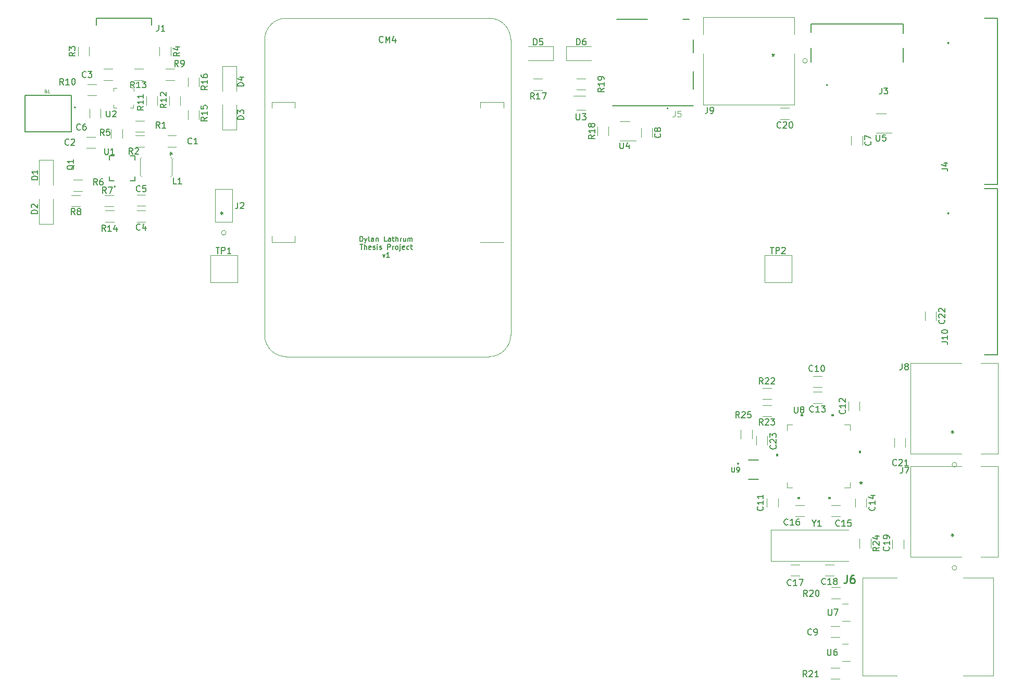
<source format=gbr>
%TF.GenerationSoftware,KiCad,Pcbnew,(5.99.0-10613-g4d227d2d2b)*%
%TF.CreationDate,2021-10-23T21:10:19-07:00*%
%TF.ProjectId,customBoard,63757374-6f6d-4426-9f61-72642e6b6963,0.0.1*%
%TF.SameCoordinates,Original*%
%TF.FileFunction,Legend,Top*%
%TF.FilePolarity,Positive*%
%FSLAX46Y46*%
G04 Gerber Fmt 4.6, Leading zero omitted, Abs format (unit mm)*
G04 Created by KiCad (PCBNEW (5.99.0-10613-g4d227d2d2b)) date 2021-10-23 21:10:19*
%MOMM*%
%LPD*%
G01*
G04 APERTURE LIST*
%ADD10C,0.152400*%
%ADD11C,0.150000*%
%ADD12C,0.254000*%
%ADD13C,0.120000*%
%ADD14C,0.015000*%
%ADD15C,0.200000*%
%ADD16C,0.100000*%
%ADD17C,0.127000*%
G04 APERTURE END LIST*
D10*
X81961828Y-56759087D02*
X81961828Y-55946287D01*
X82155352Y-55946287D01*
X82271466Y-55984992D01*
X82348876Y-56062401D01*
X82387580Y-56139811D01*
X82426285Y-56294630D01*
X82426285Y-56410744D01*
X82387580Y-56565563D01*
X82348876Y-56642972D01*
X82271466Y-56720382D01*
X82155352Y-56759087D01*
X81961828Y-56759087D01*
X82697219Y-56217220D02*
X82890742Y-56759087D01*
X83084266Y-56217220D02*
X82890742Y-56759087D01*
X82813333Y-56952611D01*
X82774628Y-56991315D01*
X82697219Y-57030020D01*
X83510019Y-56759087D02*
X83432609Y-56720382D01*
X83393904Y-56642972D01*
X83393904Y-55946287D01*
X84168000Y-56759087D02*
X84168000Y-56333334D01*
X84129295Y-56255925D01*
X84051885Y-56217220D01*
X83897066Y-56217220D01*
X83819657Y-56255925D01*
X84168000Y-56720382D02*
X84090590Y-56759087D01*
X83897066Y-56759087D01*
X83819657Y-56720382D01*
X83780952Y-56642972D01*
X83780952Y-56565563D01*
X83819657Y-56488153D01*
X83897066Y-56449449D01*
X84090590Y-56449449D01*
X84168000Y-56410744D01*
X84555047Y-56217220D02*
X84555047Y-56759087D01*
X84555047Y-56294630D02*
X84593752Y-56255925D01*
X84671161Y-56217220D01*
X84787276Y-56217220D01*
X84864685Y-56255925D01*
X84903390Y-56333334D01*
X84903390Y-56759087D01*
X86296761Y-56759087D02*
X85909714Y-56759087D01*
X85909714Y-55946287D01*
X86916038Y-56759087D02*
X86916038Y-56333334D01*
X86877333Y-56255925D01*
X86799923Y-56217220D01*
X86645104Y-56217220D01*
X86567695Y-56255925D01*
X86916038Y-56720382D02*
X86838628Y-56759087D01*
X86645104Y-56759087D01*
X86567695Y-56720382D01*
X86528990Y-56642972D01*
X86528990Y-56565563D01*
X86567695Y-56488153D01*
X86645104Y-56449449D01*
X86838628Y-56449449D01*
X86916038Y-56410744D01*
X87186971Y-56217220D02*
X87496609Y-56217220D01*
X87303085Y-55946287D02*
X87303085Y-56642972D01*
X87341790Y-56720382D01*
X87419200Y-56759087D01*
X87496609Y-56759087D01*
X87767542Y-56759087D02*
X87767542Y-55946287D01*
X88115885Y-56759087D02*
X88115885Y-56333334D01*
X88077180Y-56255925D01*
X87999771Y-56217220D01*
X87883657Y-56217220D01*
X87806247Y-56255925D01*
X87767542Y-56294630D01*
X88502933Y-56759087D02*
X88502933Y-56217220D01*
X88502933Y-56372039D02*
X88541638Y-56294630D01*
X88580342Y-56255925D01*
X88657752Y-56217220D01*
X88735161Y-56217220D01*
X89354438Y-56217220D02*
X89354438Y-56759087D01*
X89006095Y-56217220D02*
X89006095Y-56642972D01*
X89044800Y-56720382D01*
X89122209Y-56759087D01*
X89238323Y-56759087D01*
X89315733Y-56720382D01*
X89354438Y-56681677D01*
X89741485Y-56759087D02*
X89741485Y-56217220D01*
X89741485Y-56294630D02*
X89780190Y-56255925D01*
X89857600Y-56217220D01*
X89973714Y-56217220D01*
X90051123Y-56255925D01*
X90089828Y-56333334D01*
X90089828Y-56759087D01*
X90089828Y-56333334D02*
X90128533Y-56255925D01*
X90205942Y-56217220D01*
X90322057Y-56217220D01*
X90399466Y-56255925D01*
X90438171Y-56333334D01*
X90438171Y-56759087D01*
X81942476Y-57254895D02*
X82406933Y-57254895D01*
X82174704Y-58067695D02*
X82174704Y-57254895D01*
X82677866Y-58067695D02*
X82677866Y-57254895D01*
X83026209Y-58067695D02*
X83026209Y-57641942D01*
X82987504Y-57564533D01*
X82910095Y-57525828D01*
X82793980Y-57525828D01*
X82716571Y-57564533D01*
X82677866Y-57603238D01*
X83722895Y-58028990D02*
X83645485Y-58067695D01*
X83490666Y-58067695D01*
X83413257Y-58028990D01*
X83374552Y-57951580D01*
X83374552Y-57641942D01*
X83413257Y-57564533D01*
X83490666Y-57525828D01*
X83645485Y-57525828D01*
X83722895Y-57564533D01*
X83761600Y-57641942D01*
X83761600Y-57719352D01*
X83374552Y-57796761D01*
X84071238Y-58028990D02*
X84148647Y-58067695D01*
X84303466Y-58067695D01*
X84380876Y-58028990D01*
X84419580Y-57951580D01*
X84419580Y-57912876D01*
X84380876Y-57835466D01*
X84303466Y-57796761D01*
X84187352Y-57796761D01*
X84109942Y-57758057D01*
X84071238Y-57680647D01*
X84071238Y-57641942D01*
X84109942Y-57564533D01*
X84187352Y-57525828D01*
X84303466Y-57525828D01*
X84380876Y-57564533D01*
X84767923Y-58067695D02*
X84767923Y-57525828D01*
X84767923Y-57254895D02*
X84729219Y-57293600D01*
X84767923Y-57332304D01*
X84806628Y-57293600D01*
X84767923Y-57254895D01*
X84767923Y-57332304D01*
X85116266Y-58028990D02*
X85193676Y-58067695D01*
X85348495Y-58067695D01*
X85425904Y-58028990D01*
X85464609Y-57951580D01*
X85464609Y-57912876D01*
X85425904Y-57835466D01*
X85348495Y-57796761D01*
X85232380Y-57796761D01*
X85154971Y-57758057D01*
X85116266Y-57680647D01*
X85116266Y-57641942D01*
X85154971Y-57564533D01*
X85232380Y-57525828D01*
X85348495Y-57525828D01*
X85425904Y-57564533D01*
X86432228Y-58067695D02*
X86432228Y-57254895D01*
X86741866Y-57254895D01*
X86819276Y-57293600D01*
X86857980Y-57332304D01*
X86896685Y-57409714D01*
X86896685Y-57525828D01*
X86857980Y-57603238D01*
X86819276Y-57641942D01*
X86741866Y-57680647D01*
X86432228Y-57680647D01*
X87245028Y-58067695D02*
X87245028Y-57525828D01*
X87245028Y-57680647D02*
X87283733Y-57603238D01*
X87322438Y-57564533D01*
X87399847Y-57525828D01*
X87477257Y-57525828D01*
X87864304Y-58067695D02*
X87786895Y-58028990D01*
X87748190Y-57990285D01*
X87709485Y-57912876D01*
X87709485Y-57680647D01*
X87748190Y-57603238D01*
X87786895Y-57564533D01*
X87864304Y-57525828D01*
X87980419Y-57525828D01*
X88057828Y-57564533D01*
X88096533Y-57603238D01*
X88135238Y-57680647D01*
X88135238Y-57912876D01*
X88096533Y-57990285D01*
X88057828Y-58028990D01*
X87980419Y-58067695D01*
X87864304Y-58067695D01*
X88483580Y-57525828D02*
X88483580Y-58222514D01*
X88444876Y-58299923D01*
X88367466Y-58338628D01*
X88328761Y-58338628D01*
X88483580Y-57254895D02*
X88444876Y-57293600D01*
X88483580Y-57332304D01*
X88522285Y-57293600D01*
X88483580Y-57254895D01*
X88483580Y-57332304D01*
X89180266Y-58028990D02*
X89102857Y-58067695D01*
X88948038Y-58067695D01*
X88870628Y-58028990D01*
X88831923Y-57951580D01*
X88831923Y-57641942D01*
X88870628Y-57564533D01*
X88948038Y-57525828D01*
X89102857Y-57525828D01*
X89180266Y-57564533D01*
X89218971Y-57641942D01*
X89218971Y-57719352D01*
X88831923Y-57796761D01*
X89915657Y-58028990D02*
X89838247Y-58067695D01*
X89683428Y-58067695D01*
X89606019Y-58028990D01*
X89567314Y-57990285D01*
X89528609Y-57912876D01*
X89528609Y-57680647D01*
X89567314Y-57603238D01*
X89606019Y-57564533D01*
X89683428Y-57525828D01*
X89838247Y-57525828D01*
X89915657Y-57564533D01*
X90147885Y-57525828D02*
X90457523Y-57525828D01*
X90264000Y-57254895D02*
X90264000Y-57951580D01*
X90302704Y-58028990D01*
X90380114Y-58067695D01*
X90457523Y-58067695D01*
X85619428Y-58834436D02*
X85812952Y-59376303D01*
X86006476Y-58834436D01*
X86741866Y-59376303D02*
X86277409Y-59376303D01*
X86509638Y-59376303D02*
X86509638Y-58563503D01*
X86432228Y-58679617D01*
X86354819Y-58757027D01*
X86277409Y-58795731D01*
D11*
%TO.C,C4*%
X46205333Y-54849142D02*
X46157714Y-54896761D01*
X46014857Y-54944380D01*
X45919619Y-54944380D01*
X45776761Y-54896761D01*
X45681523Y-54801523D01*
X45633904Y-54706285D01*
X45586285Y-54515809D01*
X45586285Y-54372952D01*
X45633904Y-54182476D01*
X45681523Y-54087238D01*
X45776761Y-53992000D01*
X45919619Y-53944380D01*
X46014857Y-53944380D01*
X46157714Y-53992000D01*
X46205333Y-54039619D01*
X47062476Y-54277714D02*
X47062476Y-54944380D01*
X46824380Y-53896761D02*
X46586285Y-54611047D01*
X47205333Y-54611047D01*
%TO.C,C13*%
X155657142Y-84407142D02*
X155609523Y-84454761D01*
X155466666Y-84502380D01*
X155371428Y-84502380D01*
X155228571Y-84454761D01*
X155133333Y-84359523D01*
X155085714Y-84264285D01*
X155038095Y-84073809D01*
X155038095Y-83930952D01*
X155085714Y-83740476D01*
X155133333Y-83645238D01*
X155228571Y-83550000D01*
X155371428Y-83502380D01*
X155466666Y-83502380D01*
X155609523Y-83550000D01*
X155657142Y-83597619D01*
X156609523Y-84502380D02*
X156038095Y-84502380D01*
X156323809Y-84502380D02*
X156323809Y-83502380D01*
X156228571Y-83645238D01*
X156133333Y-83740476D01*
X156038095Y-83788095D01*
X156942857Y-83502380D02*
X157561904Y-83502380D01*
X157228571Y-83883333D01*
X157371428Y-83883333D01*
X157466666Y-83930952D01*
X157514285Y-83978571D01*
X157561904Y-84073809D01*
X157561904Y-84311904D01*
X157514285Y-84407142D01*
X157466666Y-84454761D01*
X157371428Y-84502380D01*
X157085714Y-84502380D01*
X156990476Y-84454761D01*
X156942857Y-84407142D01*
%TO.C,R20*%
X154657142Y-114452380D02*
X154323809Y-113976190D01*
X154085714Y-114452380D02*
X154085714Y-113452380D01*
X154466666Y-113452380D01*
X154561904Y-113500000D01*
X154609523Y-113547619D01*
X154657142Y-113642857D01*
X154657142Y-113785714D01*
X154609523Y-113880952D01*
X154561904Y-113928571D01*
X154466666Y-113976190D01*
X154085714Y-113976190D01*
X155038095Y-113547619D02*
X155085714Y-113500000D01*
X155180952Y-113452380D01*
X155419047Y-113452380D01*
X155514285Y-113500000D01*
X155561904Y-113547619D01*
X155609523Y-113642857D01*
X155609523Y-113738095D01*
X155561904Y-113880952D01*
X154990476Y-114452380D01*
X155609523Y-114452380D01*
X156228571Y-113452380D02*
X156323809Y-113452380D01*
X156419047Y-113500000D01*
X156466666Y-113547619D01*
X156514285Y-113642857D01*
X156561904Y-113833333D01*
X156561904Y-114071428D01*
X156514285Y-114261904D01*
X156466666Y-114357142D01*
X156419047Y-114404761D01*
X156323809Y-114452380D01*
X156228571Y-114452380D01*
X156133333Y-114404761D01*
X156085714Y-114357142D01*
X156038095Y-114261904D01*
X155990476Y-114071428D01*
X155990476Y-113833333D01*
X156038095Y-113642857D01*
X156085714Y-113547619D01*
X156133333Y-113500000D01*
X156228571Y-113452380D01*
%TO.C,D2*%
X29532380Y-52238095D02*
X28532380Y-52238095D01*
X28532380Y-52000000D01*
X28580000Y-51857142D01*
X28675238Y-51761904D01*
X28770476Y-51714285D01*
X28960952Y-51666666D01*
X29103809Y-51666666D01*
X29294285Y-51714285D01*
X29389523Y-51761904D01*
X29484761Y-51857142D01*
X29532380Y-52000000D01*
X29532380Y-52238095D01*
X28627619Y-51285714D02*
X28580000Y-51238095D01*
X28532380Y-51142857D01*
X28532380Y-50904761D01*
X28580000Y-50809523D01*
X28627619Y-50761904D01*
X28722857Y-50714285D01*
X28818095Y-50714285D01*
X28960952Y-50761904D01*
X29532380Y-51333333D01*
X29532380Y-50714285D01*
%TO.C,C23*%
X149507142Y-89892857D02*
X149554761Y-89940476D01*
X149602380Y-90083333D01*
X149602380Y-90178571D01*
X149554761Y-90321428D01*
X149459523Y-90416666D01*
X149364285Y-90464285D01*
X149173809Y-90511904D01*
X149030952Y-90511904D01*
X148840476Y-90464285D01*
X148745238Y-90416666D01*
X148650000Y-90321428D01*
X148602380Y-90178571D01*
X148602380Y-90083333D01*
X148650000Y-89940476D01*
X148697619Y-89892857D01*
X148697619Y-89511904D02*
X148650000Y-89464285D01*
X148602380Y-89369047D01*
X148602380Y-89130952D01*
X148650000Y-89035714D01*
X148697619Y-88988095D01*
X148792857Y-88940476D01*
X148888095Y-88940476D01*
X149030952Y-88988095D01*
X149602380Y-89559523D01*
X149602380Y-88940476D01*
X148602380Y-88607142D02*
X148602380Y-87988095D01*
X148983333Y-88321428D01*
X148983333Y-88178571D01*
X149030952Y-88083333D01*
X149078571Y-88035714D01*
X149173809Y-87988095D01*
X149411904Y-87988095D01*
X149507142Y-88035714D01*
X149554761Y-88083333D01*
X149602380Y-88178571D01*
X149602380Y-88464285D01*
X149554761Y-88559523D01*
X149507142Y-88607142D01*
%TO.C,D6*%
X117161904Y-24832380D02*
X117161904Y-23832380D01*
X117400000Y-23832380D01*
X117542857Y-23880000D01*
X117638095Y-23975238D01*
X117685714Y-24070476D01*
X117733333Y-24260952D01*
X117733333Y-24403809D01*
X117685714Y-24594285D01*
X117638095Y-24689523D01*
X117542857Y-24784761D01*
X117400000Y-24832380D01*
X117161904Y-24832380D01*
X118590476Y-23832380D02*
X118400000Y-23832380D01*
X118304761Y-23880000D01*
X118257142Y-23927619D01*
X118161904Y-24070476D01*
X118114285Y-24260952D01*
X118114285Y-24641904D01*
X118161904Y-24737142D01*
X118209523Y-24784761D01*
X118304761Y-24832380D01*
X118495238Y-24832380D01*
X118590476Y-24784761D01*
X118638095Y-24737142D01*
X118685714Y-24641904D01*
X118685714Y-24403809D01*
X118638095Y-24308571D01*
X118590476Y-24260952D01*
X118495238Y-24213333D01*
X118304761Y-24213333D01*
X118209523Y-24260952D01*
X118161904Y-24308571D01*
X118114285Y-24403809D01*
%TO.C,R1*%
X49405333Y-38344380D02*
X49072000Y-37868190D01*
X48833904Y-38344380D02*
X48833904Y-37344380D01*
X49214857Y-37344380D01*
X49310095Y-37392000D01*
X49357714Y-37439619D01*
X49405333Y-37534857D01*
X49405333Y-37677714D01*
X49357714Y-37772952D01*
X49310095Y-37820571D01*
X49214857Y-37868190D01*
X48833904Y-37868190D01*
X50357714Y-38344380D02*
X49786285Y-38344380D01*
X50072000Y-38344380D02*
X50072000Y-37344380D01*
X49976761Y-37487238D01*
X49881523Y-37582476D01*
X49786285Y-37630095D01*
%TO.C,J1*%
X49216666Y-21602380D02*
X49216666Y-22316666D01*
X49169047Y-22459523D01*
X49073809Y-22554761D01*
X48930952Y-22602380D01*
X48835714Y-22602380D01*
X50216666Y-22602380D02*
X49645238Y-22602380D01*
X49930952Y-22602380D02*
X49930952Y-21602380D01*
X49835714Y-21745238D01*
X49740476Y-21840476D01*
X49645238Y-21888095D01*
%TO.C,U8*%
X152538095Y-83652380D02*
X152538095Y-84461904D01*
X152585714Y-84557142D01*
X152633333Y-84604761D01*
X152728571Y-84652380D01*
X152919047Y-84652380D01*
X153014285Y-84604761D01*
X153061904Y-84557142D01*
X153109523Y-84461904D01*
X153109523Y-83652380D01*
X153728571Y-84080952D02*
X153633333Y-84033333D01*
X153585714Y-83985714D01*
X153538095Y-83890476D01*
X153538095Y-83842857D01*
X153585714Y-83747619D01*
X153633333Y-83700000D01*
X153728571Y-83652380D01*
X153919047Y-83652380D01*
X154014285Y-83700000D01*
X154061904Y-83747619D01*
X154109523Y-83842857D01*
X154109523Y-83890476D01*
X154061904Y-83985714D01*
X154014285Y-84033333D01*
X153919047Y-84080952D01*
X153728571Y-84080952D01*
X153633333Y-84128571D01*
X153585714Y-84176190D01*
X153538095Y-84271428D01*
X153538095Y-84461904D01*
X153585714Y-84557142D01*
X153633333Y-84604761D01*
X153728571Y-84652380D01*
X153919047Y-84652380D01*
X154014285Y-84604761D01*
X154061904Y-84557142D01*
X154109523Y-84461904D01*
X154109523Y-84271428D01*
X154061904Y-84176190D01*
X154014285Y-84128571D01*
X153919047Y-84080952D01*
X163400000Y-95802380D02*
X163400000Y-96040476D01*
X163161904Y-95945238D02*
X163400000Y-96040476D01*
X163638095Y-95945238D01*
X163257142Y-96230952D02*
X163400000Y-96040476D01*
X163542857Y-96230952D01*
%TO.C,R10*%
X33737142Y-31308380D02*
X33403809Y-30832190D01*
X33165714Y-31308380D02*
X33165714Y-30308380D01*
X33546666Y-30308380D01*
X33641904Y-30356000D01*
X33689523Y-30403619D01*
X33737142Y-30498857D01*
X33737142Y-30641714D01*
X33689523Y-30736952D01*
X33641904Y-30784571D01*
X33546666Y-30832190D01*
X33165714Y-30832190D01*
X34689523Y-31308380D02*
X34118095Y-31308380D01*
X34403809Y-31308380D02*
X34403809Y-30308380D01*
X34308571Y-30451238D01*
X34213333Y-30546476D01*
X34118095Y-30594095D01*
X35308571Y-30308380D02*
X35403809Y-30308380D01*
X35499047Y-30356000D01*
X35546666Y-30403619D01*
X35594285Y-30498857D01*
X35641904Y-30689333D01*
X35641904Y-30927428D01*
X35594285Y-31117904D01*
X35546666Y-31213142D01*
X35499047Y-31260761D01*
X35403809Y-31308380D01*
X35308571Y-31308380D01*
X35213333Y-31260761D01*
X35165714Y-31213142D01*
X35118095Y-31117904D01*
X35070476Y-30927428D01*
X35070476Y-30689333D01*
X35118095Y-30498857D01*
X35165714Y-30403619D01*
X35213333Y-30356000D01*
X35308571Y-30308380D01*
%TO.C,R17*%
X110257142Y-33652380D02*
X109923809Y-33176190D01*
X109685714Y-33652380D02*
X109685714Y-32652380D01*
X110066666Y-32652380D01*
X110161904Y-32700000D01*
X110209523Y-32747619D01*
X110257142Y-32842857D01*
X110257142Y-32985714D01*
X110209523Y-33080952D01*
X110161904Y-33128571D01*
X110066666Y-33176190D01*
X109685714Y-33176190D01*
X111209523Y-33652380D02*
X110638095Y-33652380D01*
X110923809Y-33652380D02*
X110923809Y-32652380D01*
X110828571Y-32795238D01*
X110733333Y-32890476D01*
X110638095Y-32938095D01*
X111542857Y-32652380D02*
X112209523Y-32652380D01*
X111780952Y-33652380D01*
%TO.C,R2*%
X44983333Y-42602380D02*
X44650000Y-42126190D01*
X44411904Y-42602380D02*
X44411904Y-41602380D01*
X44792857Y-41602380D01*
X44888095Y-41650000D01*
X44935714Y-41697619D01*
X44983333Y-41792857D01*
X44983333Y-41935714D01*
X44935714Y-42030952D01*
X44888095Y-42078571D01*
X44792857Y-42126190D01*
X44411904Y-42126190D01*
X45364285Y-41697619D02*
X45411904Y-41650000D01*
X45507142Y-41602380D01*
X45745238Y-41602380D01*
X45840476Y-41650000D01*
X45888095Y-41697619D01*
X45935714Y-41792857D01*
X45935714Y-41888095D01*
X45888095Y-42030952D01*
X45316666Y-42602380D01*
X45935714Y-42602380D01*
%TO.C,U3*%
X117094095Y-36028380D02*
X117094095Y-36837904D01*
X117141714Y-36933142D01*
X117189333Y-36980761D01*
X117284571Y-37028380D01*
X117475047Y-37028380D01*
X117570285Y-36980761D01*
X117617904Y-36933142D01*
X117665523Y-36837904D01*
X117665523Y-36028380D01*
X118046476Y-36028380D02*
X118665523Y-36028380D01*
X118332190Y-36409333D01*
X118475047Y-36409333D01*
X118570285Y-36456952D01*
X118617904Y-36504571D01*
X118665523Y-36599809D01*
X118665523Y-36837904D01*
X118617904Y-36933142D01*
X118570285Y-36980761D01*
X118475047Y-37028380D01*
X118189333Y-37028380D01*
X118094095Y-36980761D01*
X118046476Y-36933142D01*
%TO.C,R3*%
X35654380Y-26058666D02*
X35178190Y-26392000D01*
X35654380Y-26630095D02*
X34654380Y-26630095D01*
X34654380Y-26249142D01*
X34702000Y-26153904D01*
X34749619Y-26106285D01*
X34844857Y-26058666D01*
X34987714Y-26058666D01*
X35082952Y-26106285D01*
X35130571Y-26153904D01*
X35178190Y-26249142D01*
X35178190Y-26630095D01*
X34654380Y-25725333D02*
X34654380Y-25106285D01*
X35035333Y-25439619D01*
X35035333Y-25296761D01*
X35082952Y-25201523D01*
X35130571Y-25153904D01*
X35225809Y-25106285D01*
X35463904Y-25106285D01*
X35559142Y-25153904D01*
X35606761Y-25201523D01*
X35654380Y-25296761D01*
X35654380Y-25582476D01*
X35606761Y-25677714D01*
X35559142Y-25725333D01*
D12*
%TO.C,J6*%
X161076666Y-111054523D02*
X161076666Y-111961666D01*
X161016190Y-112143095D01*
X160895238Y-112264047D01*
X160713809Y-112324523D01*
X160592857Y-112324523D01*
X162225714Y-111054523D02*
X161983809Y-111054523D01*
X161862857Y-111115000D01*
X161802380Y-111175476D01*
X161681428Y-111356904D01*
X161620952Y-111598809D01*
X161620952Y-112082619D01*
X161681428Y-112203571D01*
X161741904Y-112264047D01*
X161862857Y-112324523D01*
X162104761Y-112324523D01*
X162225714Y-112264047D01*
X162286190Y-112203571D01*
X162346666Y-112082619D01*
X162346666Y-111780238D01*
X162286190Y-111659285D01*
X162225714Y-111598809D01*
X162104761Y-111538333D01*
X161862857Y-111538333D01*
X161741904Y-111598809D01*
X161681428Y-111659285D01*
X161620952Y-111780238D01*
D11*
%TO.C,R16*%
X57136380Y-31506857D02*
X56660190Y-31840190D01*
X57136380Y-32078285D02*
X56136380Y-32078285D01*
X56136380Y-31697333D01*
X56184000Y-31602095D01*
X56231619Y-31554476D01*
X56326857Y-31506857D01*
X56469714Y-31506857D01*
X56564952Y-31554476D01*
X56612571Y-31602095D01*
X56660190Y-31697333D01*
X56660190Y-32078285D01*
X57136380Y-30554476D02*
X57136380Y-31125904D01*
X57136380Y-30840190D02*
X56136380Y-30840190D01*
X56279238Y-30935428D01*
X56374476Y-31030666D01*
X56422095Y-31125904D01*
X56136380Y-29697333D02*
X56136380Y-29887809D01*
X56184000Y-29983047D01*
X56231619Y-30030666D01*
X56374476Y-30125904D01*
X56564952Y-30173523D01*
X56945904Y-30173523D01*
X57041142Y-30125904D01*
X57088761Y-30078285D01*
X57136380Y-29983047D01*
X57136380Y-29792571D01*
X57088761Y-29697333D01*
X57041142Y-29649714D01*
X56945904Y-29602095D01*
X56707809Y-29602095D01*
X56612571Y-29649714D01*
X56564952Y-29697333D01*
X56517333Y-29792571D01*
X56517333Y-29983047D01*
X56564952Y-30078285D01*
X56612571Y-30125904D01*
X56707809Y-30173523D01*
%TO.C,Y1*%
X155733809Y-102592190D02*
X155733809Y-103068380D01*
X155400476Y-102068380D02*
X155733809Y-102592190D01*
X156067142Y-102068380D01*
X156924285Y-103068380D02*
X156352857Y-103068380D01*
X156638571Y-103068380D02*
X156638571Y-102068380D01*
X156543333Y-102211238D01*
X156448095Y-102306476D01*
X156352857Y-102354095D01*
%TO.C,C12*%
X160757142Y-84192857D02*
X160804761Y-84240476D01*
X160852380Y-84383333D01*
X160852380Y-84478571D01*
X160804761Y-84621428D01*
X160709523Y-84716666D01*
X160614285Y-84764285D01*
X160423809Y-84811904D01*
X160280952Y-84811904D01*
X160090476Y-84764285D01*
X159995238Y-84716666D01*
X159900000Y-84621428D01*
X159852380Y-84478571D01*
X159852380Y-84383333D01*
X159900000Y-84240476D01*
X159947619Y-84192857D01*
X160852380Y-83240476D02*
X160852380Y-83811904D01*
X160852380Y-83526190D02*
X159852380Y-83526190D01*
X159995238Y-83621428D01*
X160090476Y-83716666D01*
X160138095Y-83811904D01*
X159947619Y-82859523D02*
X159900000Y-82811904D01*
X159852380Y-82716666D01*
X159852380Y-82478571D01*
X159900000Y-82383333D01*
X159947619Y-82335714D01*
X160042857Y-82288095D01*
X160138095Y-82288095D01*
X160280952Y-82335714D01*
X160852380Y-82907142D01*
X160852380Y-82288095D01*
%TO.C,J4*%
X176477380Y-44944333D02*
X177191666Y-44944333D01*
X177334523Y-44991952D01*
X177429761Y-45087190D01*
X177477380Y-45230047D01*
X177477380Y-45325285D01*
X176810714Y-44039571D02*
X177477380Y-44039571D01*
X176429761Y-44277666D02*
X177144047Y-44515761D01*
X177144047Y-43896714D01*
%TO.C,R25*%
X143607142Y-85452380D02*
X143273809Y-84976190D01*
X143035714Y-85452380D02*
X143035714Y-84452380D01*
X143416666Y-84452380D01*
X143511904Y-84500000D01*
X143559523Y-84547619D01*
X143607142Y-84642857D01*
X143607142Y-84785714D01*
X143559523Y-84880952D01*
X143511904Y-84928571D01*
X143416666Y-84976190D01*
X143035714Y-84976190D01*
X143988095Y-84547619D02*
X144035714Y-84500000D01*
X144130952Y-84452380D01*
X144369047Y-84452380D01*
X144464285Y-84500000D01*
X144511904Y-84547619D01*
X144559523Y-84642857D01*
X144559523Y-84738095D01*
X144511904Y-84880952D01*
X143940476Y-85452380D01*
X144559523Y-85452380D01*
X145464285Y-84452380D02*
X144988095Y-84452380D01*
X144940476Y-84928571D01*
X144988095Y-84880952D01*
X145083333Y-84833333D01*
X145321428Y-84833333D01*
X145416666Y-84880952D01*
X145464285Y-84928571D01*
X145511904Y-85023809D01*
X145511904Y-85261904D01*
X145464285Y-85357142D01*
X145416666Y-85404761D01*
X145321428Y-85452380D01*
X145083333Y-85452380D01*
X144988095Y-85404761D01*
X144940476Y-85357142D01*
%TO.C,D3*%
X63052380Y-36938095D02*
X62052380Y-36938095D01*
X62052380Y-36700000D01*
X62100000Y-36557142D01*
X62195238Y-36461904D01*
X62290476Y-36414285D01*
X62480952Y-36366666D01*
X62623809Y-36366666D01*
X62814285Y-36414285D01*
X62909523Y-36461904D01*
X63004761Y-36557142D01*
X63052380Y-36700000D01*
X63052380Y-36938095D01*
X62052380Y-36033333D02*
X62052380Y-35414285D01*
X62433333Y-35747619D01*
X62433333Y-35604761D01*
X62480952Y-35509523D01*
X62528571Y-35461904D01*
X62623809Y-35414285D01*
X62861904Y-35414285D01*
X62957142Y-35461904D01*
X63004761Y-35509523D01*
X63052380Y-35604761D01*
X63052380Y-35890476D01*
X63004761Y-35985714D01*
X62957142Y-36033333D01*
%TO.C,J9*%
X138416666Y-35002380D02*
X138416666Y-35716666D01*
X138369047Y-35859523D01*
X138273809Y-35954761D01*
X138130952Y-36002380D01*
X138035714Y-36002380D01*
X138940476Y-36002380D02*
X139130952Y-36002380D01*
X139226190Y-35954761D01*
X139273809Y-35907142D01*
X139369047Y-35764285D01*
X139416666Y-35573809D01*
X139416666Y-35192857D01*
X139369047Y-35097619D01*
X139321428Y-35050000D01*
X139226190Y-35002380D01*
X139035714Y-35002380D01*
X138940476Y-35050000D01*
X138892857Y-35097619D01*
X138845238Y-35192857D01*
X138845238Y-35430952D01*
X138892857Y-35526190D01*
X138940476Y-35573809D01*
X139035714Y-35621428D01*
X139226190Y-35621428D01*
X139321428Y-35573809D01*
X139369047Y-35526190D01*
X139416666Y-35430952D01*
X149100000Y-26252380D02*
X149100000Y-26490476D01*
X148861904Y-26395238D02*
X149100000Y-26490476D01*
X149338095Y-26395238D01*
X148957142Y-26680952D02*
X149100000Y-26490476D01*
X149242857Y-26680952D01*
%TO.C,Q1*%
X35475121Y-44387409D02*
X35427416Y-44482819D01*
X35332006Y-44578229D01*
X35188891Y-44721344D01*
X35141187Y-44816753D01*
X35141187Y-44912163D01*
X35379711Y-44864458D02*
X35332006Y-44959868D01*
X35236596Y-45055278D01*
X35045777Y-45102983D01*
X34711842Y-45102983D01*
X34521023Y-45055278D01*
X34425613Y-44959868D01*
X34377908Y-44864458D01*
X34377908Y-44673639D01*
X34425613Y-44578229D01*
X34521023Y-44482819D01*
X34711842Y-44435114D01*
X35045777Y-44435114D01*
X35236596Y-44482819D01*
X35332006Y-44578229D01*
X35379711Y-44673639D01*
X35379711Y-44864458D01*
X35379711Y-43481016D02*
X35379711Y-44053475D01*
X35379711Y-43767246D02*
X34377908Y-43767246D01*
X34521023Y-43862655D01*
X34616433Y-43958065D01*
X34664138Y-44053475D01*
%TO.C,CM4*%
X85696786Y-24357142D02*
X85649167Y-24404761D01*
X85506310Y-24452380D01*
X85411072Y-24452380D01*
X85268215Y-24404761D01*
X85172977Y-24309523D01*
X85125358Y-24214285D01*
X85077739Y-24023809D01*
X85077739Y-23880952D01*
X85125358Y-23690476D01*
X85172977Y-23595238D01*
X85268215Y-23500000D01*
X85411072Y-23452380D01*
X85506310Y-23452380D01*
X85649167Y-23500000D01*
X85696786Y-23547619D01*
X86125358Y-24452380D02*
X86125358Y-23452380D01*
X86458691Y-24166666D01*
X86792024Y-23452380D01*
X86792024Y-24452380D01*
X87696786Y-23785714D02*
X87696786Y-24452380D01*
X87458691Y-23404761D02*
X87220596Y-24119047D01*
X87839643Y-24119047D01*
%TO.C,R4*%
X52624380Y-26058666D02*
X52148190Y-26392000D01*
X52624380Y-26630095D02*
X51624380Y-26630095D01*
X51624380Y-26249142D01*
X51672000Y-26153904D01*
X51719619Y-26106285D01*
X51814857Y-26058666D01*
X51957714Y-26058666D01*
X52052952Y-26106285D01*
X52100571Y-26153904D01*
X52148190Y-26249142D01*
X52148190Y-26630095D01*
X51957714Y-25201523D02*
X52624380Y-25201523D01*
X51576761Y-25439619D02*
X52291047Y-25677714D01*
X52291047Y-25058666D01*
%TO.C,C7*%
X164907142Y-40554166D02*
X164954761Y-40601785D01*
X165002380Y-40744642D01*
X165002380Y-40839880D01*
X164954761Y-40982738D01*
X164859523Y-41077976D01*
X164764285Y-41125595D01*
X164573809Y-41173214D01*
X164430952Y-41173214D01*
X164240476Y-41125595D01*
X164145238Y-41077976D01*
X164050000Y-40982738D01*
X164002380Y-40839880D01*
X164002380Y-40744642D01*
X164050000Y-40601785D01*
X164097619Y-40554166D01*
X164002380Y-40220833D02*
X164002380Y-39554166D01*
X165002380Y-39982738D01*
%TO.C,R23*%
X147439142Y-86600380D02*
X147105809Y-86124190D01*
X146867714Y-86600380D02*
X146867714Y-85600380D01*
X147248666Y-85600380D01*
X147343904Y-85648000D01*
X147391523Y-85695619D01*
X147439142Y-85790857D01*
X147439142Y-85933714D01*
X147391523Y-86028952D01*
X147343904Y-86076571D01*
X147248666Y-86124190D01*
X146867714Y-86124190D01*
X147820095Y-85695619D02*
X147867714Y-85648000D01*
X147962952Y-85600380D01*
X148201047Y-85600380D01*
X148296285Y-85648000D01*
X148343904Y-85695619D01*
X148391523Y-85790857D01*
X148391523Y-85886095D01*
X148343904Y-86028952D01*
X147772476Y-86600380D01*
X148391523Y-86600380D01*
X148724857Y-85600380D02*
X149343904Y-85600380D01*
X149010571Y-85981333D01*
X149153428Y-85981333D01*
X149248666Y-86028952D01*
X149296285Y-86076571D01*
X149343904Y-86171809D01*
X149343904Y-86409904D01*
X149296285Y-86505142D01*
X149248666Y-86552761D01*
X149153428Y-86600380D01*
X148867714Y-86600380D01*
X148772476Y-86552761D01*
X148724857Y-86505142D01*
%TO.C,C11*%
X147407142Y-99892857D02*
X147454761Y-99940476D01*
X147502380Y-100083333D01*
X147502380Y-100178571D01*
X147454761Y-100321428D01*
X147359523Y-100416666D01*
X147264285Y-100464285D01*
X147073809Y-100511904D01*
X146930952Y-100511904D01*
X146740476Y-100464285D01*
X146645238Y-100416666D01*
X146550000Y-100321428D01*
X146502380Y-100178571D01*
X146502380Y-100083333D01*
X146550000Y-99940476D01*
X146597619Y-99892857D01*
X147502380Y-98940476D02*
X147502380Y-99511904D01*
X147502380Y-99226190D02*
X146502380Y-99226190D01*
X146645238Y-99321428D01*
X146740476Y-99416666D01*
X146788095Y-99511904D01*
X147502380Y-97988095D02*
X147502380Y-98559523D01*
X147502380Y-98273809D02*
X146502380Y-98273809D01*
X146645238Y-98369047D01*
X146740476Y-98464285D01*
X146788095Y-98559523D01*
%TO.C,U6*%
X157938095Y-123052380D02*
X157938095Y-123861904D01*
X157985714Y-123957142D01*
X158033333Y-124004761D01*
X158128571Y-124052380D01*
X158319047Y-124052380D01*
X158414285Y-124004761D01*
X158461904Y-123957142D01*
X158509523Y-123861904D01*
X158509523Y-123052380D01*
X159414285Y-123052380D02*
X159223809Y-123052380D01*
X159128571Y-123100000D01*
X159080952Y-123147619D01*
X158985714Y-123290476D01*
X158938095Y-123480952D01*
X158938095Y-123861904D01*
X158985714Y-123957142D01*
X159033333Y-124004761D01*
X159128571Y-124052380D01*
X159319047Y-124052380D01*
X159414285Y-124004761D01*
X159461904Y-123957142D01*
X159509523Y-123861904D01*
X159509523Y-123623809D01*
X159461904Y-123528571D01*
X159414285Y-123480952D01*
X159319047Y-123433333D01*
X159128571Y-123433333D01*
X159033333Y-123480952D01*
X158985714Y-123528571D01*
X158938095Y-123623809D01*
%TO.C,J2*%
X62066666Y-50452380D02*
X62066666Y-51166666D01*
X62019047Y-51309523D01*
X61923809Y-51404761D01*
X61780952Y-51452380D01*
X61685714Y-51452380D01*
X62495238Y-50547619D02*
X62542857Y-50500000D01*
X62638095Y-50452380D01*
X62876190Y-50452380D01*
X62971428Y-50500000D01*
X63019047Y-50547619D01*
X63066666Y-50642857D01*
X63066666Y-50738095D01*
X63019047Y-50880952D01*
X62447619Y-51452380D01*
X63066666Y-51452380D01*
X59252380Y-52200000D02*
X59490476Y-52200000D01*
X59395238Y-52438095D02*
X59490476Y-52200000D01*
X59395238Y-51961904D01*
X59680952Y-52342857D02*
X59490476Y-52200000D01*
X59680952Y-52057142D01*
%TO.C,R5*%
X40333333Y-39544380D02*
X40000000Y-39068190D01*
X39761904Y-39544380D02*
X39761904Y-38544380D01*
X40142857Y-38544380D01*
X40238095Y-38592000D01*
X40285714Y-38639619D01*
X40333333Y-38734857D01*
X40333333Y-38877714D01*
X40285714Y-38972952D01*
X40238095Y-39020571D01*
X40142857Y-39068190D01*
X39761904Y-39068190D01*
X41238095Y-38544380D02*
X40761904Y-38544380D01*
X40714285Y-39020571D01*
X40761904Y-38972952D01*
X40857142Y-38925333D01*
X41095238Y-38925333D01*
X41190476Y-38972952D01*
X41238095Y-39020571D01*
X41285714Y-39115809D01*
X41285714Y-39353904D01*
X41238095Y-39449142D01*
X41190476Y-39496761D01*
X41095238Y-39544380D01*
X40857142Y-39544380D01*
X40761904Y-39496761D01*
X40714285Y-39449142D01*
%TO.C,J7*%
X170116666Y-93452380D02*
X170116666Y-94166666D01*
X170069047Y-94309523D01*
X169973809Y-94404761D01*
X169830952Y-94452380D01*
X169735714Y-94452380D01*
X170497619Y-93452380D02*
X171164285Y-93452380D01*
X170735714Y-94452380D01*
X178014380Y-104486500D02*
X178252476Y-104486500D01*
X178157238Y-104724595D02*
X178252476Y-104486500D01*
X178157238Y-104248404D01*
X178442952Y-104629357D02*
X178252476Y-104486500D01*
X178442952Y-104343642D01*
%TO.C,C1*%
X54605333Y-40849142D02*
X54557714Y-40896761D01*
X54414857Y-40944380D01*
X54319619Y-40944380D01*
X54176761Y-40896761D01*
X54081523Y-40801523D01*
X54033904Y-40706285D01*
X53986285Y-40515809D01*
X53986285Y-40372952D01*
X54033904Y-40182476D01*
X54081523Y-40087238D01*
X54176761Y-39992000D01*
X54319619Y-39944380D01*
X54414857Y-39944380D01*
X54557714Y-39992000D01*
X54605333Y-40039619D01*
X55557714Y-40944380D02*
X54986285Y-40944380D01*
X55272000Y-40944380D02*
X55272000Y-39944380D01*
X55176761Y-40087238D01*
X55081523Y-40182476D01*
X54986285Y-40230095D01*
%TO.C,C17*%
X152011142Y-112625142D02*
X151963523Y-112672761D01*
X151820666Y-112720380D01*
X151725428Y-112720380D01*
X151582571Y-112672761D01*
X151487333Y-112577523D01*
X151439714Y-112482285D01*
X151392095Y-112291809D01*
X151392095Y-112148952D01*
X151439714Y-111958476D01*
X151487333Y-111863238D01*
X151582571Y-111768000D01*
X151725428Y-111720380D01*
X151820666Y-111720380D01*
X151963523Y-111768000D01*
X152011142Y-111815619D01*
X152963523Y-112720380D02*
X152392095Y-112720380D01*
X152677809Y-112720380D02*
X152677809Y-111720380D01*
X152582571Y-111863238D01*
X152487333Y-111958476D01*
X152392095Y-112006095D01*
X153296857Y-111720380D02*
X153963523Y-111720380D01*
X153534952Y-112720380D01*
%TO.C,R7*%
X40683333Y-48952380D02*
X40350000Y-48476190D01*
X40111904Y-48952380D02*
X40111904Y-47952380D01*
X40492857Y-47952380D01*
X40588095Y-48000000D01*
X40635714Y-48047619D01*
X40683333Y-48142857D01*
X40683333Y-48285714D01*
X40635714Y-48380952D01*
X40588095Y-48428571D01*
X40492857Y-48476190D01*
X40111904Y-48476190D01*
X41016666Y-47952380D02*
X41683333Y-47952380D01*
X41254761Y-48952380D01*
%TO.C,TP1*%
X58538095Y-57754380D02*
X59109523Y-57754380D01*
X58823809Y-58754380D02*
X58823809Y-57754380D01*
X59442857Y-58754380D02*
X59442857Y-57754380D01*
X59823809Y-57754380D01*
X59919047Y-57802000D01*
X59966666Y-57849619D01*
X60014285Y-57944857D01*
X60014285Y-58087714D01*
X59966666Y-58182952D01*
X59919047Y-58230571D01*
X59823809Y-58278190D01*
X59442857Y-58278190D01*
X60966666Y-58754380D02*
X60395238Y-58754380D01*
X60680952Y-58754380D02*
X60680952Y-57754380D01*
X60585714Y-57897238D01*
X60490476Y-57992476D01*
X60395238Y-58040095D01*
%TO.C,C14*%
X165557142Y-99892857D02*
X165604761Y-99940476D01*
X165652380Y-100083333D01*
X165652380Y-100178571D01*
X165604761Y-100321428D01*
X165509523Y-100416666D01*
X165414285Y-100464285D01*
X165223809Y-100511904D01*
X165080952Y-100511904D01*
X164890476Y-100464285D01*
X164795238Y-100416666D01*
X164700000Y-100321428D01*
X164652380Y-100178571D01*
X164652380Y-100083333D01*
X164700000Y-99940476D01*
X164747619Y-99892857D01*
X165652380Y-98940476D02*
X165652380Y-99511904D01*
X165652380Y-99226190D02*
X164652380Y-99226190D01*
X164795238Y-99321428D01*
X164890476Y-99416666D01*
X164938095Y-99511904D01*
X164985714Y-98083333D02*
X165652380Y-98083333D01*
X164604761Y-98321428D02*
X165319047Y-98559523D01*
X165319047Y-97940476D01*
%TO.C,U7*%
X158038095Y-116552380D02*
X158038095Y-117361904D01*
X158085714Y-117457142D01*
X158133333Y-117504761D01*
X158228571Y-117552380D01*
X158419047Y-117552380D01*
X158514285Y-117504761D01*
X158561904Y-117457142D01*
X158609523Y-117361904D01*
X158609523Y-116552380D01*
X158990476Y-116552380D02*
X159657142Y-116552380D01*
X159228571Y-117552380D01*
%TO.C,D4*%
X63052380Y-31538095D02*
X62052380Y-31538095D01*
X62052380Y-31300000D01*
X62100000Y-31157142D01*
X62195238Y-31061904D01*
X62290476Y-31014285D01*
X62480952Y-30966666D01*
X62623809Y-30966666D01*
X62814285Y-31014285D01*
X62909523Y-31061904D01*
X63004761Y-31157142D01*
X63052380Y-31300000D01*
X63052380Y-31538095D01*
X62385714Y-30109523D02*
X63052380Y-30109523D01*
X62004761Y-30347619D02*
X62719047Y-30585714D01*
X62719047Y-29966666D01*
%TO.C,R19*%
X121610380Y-31884857D02*
X121134190Y-32218190D01*
X121610380Y-32456285D02*
X120610380Y-32456285D01*
X120610380Y-32075333D01*
X120658000Y-31980095D01*
X120705619Y-31932476D01*
X120800857Y-31884857D01*
X120943714Y-31884857D01*
X121038952Y-31932476D01*
X121086571Y-31980095D01*
X121134190Y-32075333D01*
X121134190Y-32456285D01*
X121610380Y-30932476D02*
X121610380Y-31503904D01*
X121610380Y-31218190D02*
X120610380Y-31218190D01*
X120753238Y-31313428D01*
X120848476Y-31408666D01*
X120896095Y-31503904D01*
X121610380Y-30456285D02*
X121610380Y-30265809D01*
X121562761Y-30170571D01*
X121515142Y-30122952D01*
X121372285Y-30027714D01*
X121181809Y-29980095D01*
X120800857Y-29980095D01*
X120705619Y-30027714D01*
X120658000Y-30075333D01*
X120610380Y-30170571D01*
X120610380Y-30361047D01*
X120658000Y-30456285D01*
X120705619Y-30503904D01*
X120800857Y-30551523D01*
X121038952Y-30551523D01*
X121134190Y-30503904D01*
X121181809Y-30456285D01*
X121229428Y-30361047D01*
X121229428Y-30170571D01*
X121181809Y-30075333D01*
X121134190Y-30027714D01*
X121038952Y-29980095D01*
%TO.C,C10*%
X155544642Y-77807142D02*
X155497023Y-77854761D01*
X155354166Y-77902380D01*
X155258928Y-77902380D01*
X155116071Y-77854761D01*
X155020833Y-77759523D01*
X154973214Y-77664285D01*
X154925595Y-77473809D01*
X154925595Y-77330952D01*
X154973214Y-77140476D01*
X155020833Y-77045238D01*
X155116071Y-76950000D01*
X155258928Y-76902380D01*
X155354166Y-76902380D01*
X155497023Y-76950000D01*
X155544642Y-76997619D01*
X156497023Y-77902380D02*
X155925595Y-77902380D01*
X156211309Y-77902380D02*
X156211309Y-76902380D01*
X156116071Y-77045238D01*
X156020833Y-77140476D01*
X155925595Y-77188095D01*
X157116071Y-76902380D02*
X157211309Y-76902380D01*
X157306547Y-76950000D01*
X157354166Y-76997619D01*
X157401785Y-77092857D01*
X157449404Y-77283333D01*
X157449404Y-77521428D01*
X157401785Y-77711904D01*
X157354166Y-77807142D01*
X157306547Y-77854761D01*
X157211309Y-77902380D01*
X157116071Y-77902380D01*
X157020833Y-77854761D01*
X156973214Y-77807142D01*
X156925595Y-77711904D01*
X156877976Y-77521428D01*
X156877976Y-77283333D01*
X156925595Y-77092857D01*
X156973214Y-76997619D01*
X157020833Y-76950000D01*
X157116071Y-76902380D01*
%TO.C,C5*%
X46205333Y-48599142D02*
X46157714Y-48646761D01*
X46014857Y-48694380D01*
X45919619Y-48694380D01*
X45776761Y-48646761D01*
X45681523Y-48551523D01*
X45633904Y-48456285D01*
X45586285Y-48265809D01*
X45586285Y-48122952D01*
X45633904Y-47932476D01*
X45681523Y-47837238D01*
X45776761Y-47742000D01*
X45919619Y-47694380D01*
X46014857Y-47694380D01*
X46157714Y-47742000D01*
X46205333Y-47789619D01*
X47110095Y-47694380D02*
X46633904Y-47694380D01*
X46586285Y-48170571D01*
X46633904Y-48122952D01*
X46729142Y-48075333D01*
X46967238Y-48075333D01*
X47062476Y-48122952D01*
X47110095Y-48170571D01*
X47157714Y-48265809D01*
X47157714Y-48503904D01*
X47110095Y-48599142D01*
X47062476Y-48646761D01*
X46967238Y-48694380D01*
X46729142Y-48694380D01*
X46633904Y-48646761D01*
X46586285Y-48599142D01*
%TO.C,R11*%
X46748380Y-34808857D02*
X46272190Y-35142190D01*
X46748380Y-35380285D02*
X45748380Y-35380285D01*
X45748380Y-34999333D01*
X45796000Y-34904095D01*
X45843619Y-34856476D01*
X45938857Y-34808857D01*
X46081714Y-34808857D01*
X46176952Y-34856476D01*
X46224571Y-34904095D01*
X46272190Y-34999333D01*
X46272190Y-35380285D01*
X46748380Y-33856476D02*
X46748380Y-34427904D01*
X46748380Y-34142190D02*
X45748380Y-34142190D01*
X45891238Y-34237428D01*
X45986476Y-34332666D01*
X46034095Y-34427904D01*
X46748380Y-32904095D02*
X46748380Y-33475523D01*
X46748380Y-33189809D02*
X45748380Y-33189809D01*
X45891238Y-33285047D01*
X45986476Y-33380285D01*
X46034095Y-33475523D01*
%TO.C,R8*%
X35605333Y-52440380D02*
X35272000Y-51964190D01*
X35033904Y-52440380D02*
X35033904Y-51440380D01*
X35414857Y-51440380D01*
X35510095Y-51488000D01*
X35557714Y-51535619D01*
X35605333Y-51630857D01*
X35605333Y-51773714D01*
X35557714Y-51868952D01*
X35510095Y-51916571D01*
X35414857Y-51964190D01*
X35033904Y-51964190D01*
X36176761Y-51868952D02*
X36081523Y-51821333D01*
X36033904Y-51773714D01*
X35986285Y-51678476D01*
X35986285Y-51630857D01*
X36033904Y-51535619D01*
X36081523Y-51488000D01*
X36176761Y-51440380D01*
X36367238Y-51440380D01*
X36462476Y-51488000D01*
X36510095Y-51535619D01*
X36557714Y-51630857D01*
X36557714Y-51678476D01*
X36510095Y-51773714D01*
X36462476Y-51821333D01*
X36367238Y-51868952D01*
X36176761Y-51868952D01*
X36081523Y-51916571D01*
X36033904Y-51964190D01*
X35986285Y-52059428D01*
X35986285Y-52249904D01*
X36033904Y-52345142D01*
X36081523Y-52392761D01*
X36176761Y-52440380D01*
X36367238Y-52440380D01*
X36462476Y-52392761D01*
X36510095Y-52345142D01*
X36557714Y-52249904D01*
X36557714Y-52059428D01*
X36510095Y-51964190D01*
X36462476Y-51916571D01*
X36367238Y-51868952D01*
%TO.C,R13*%
X45257142Y-31802380D02*
X44923809Y-31326190D01*
X44685714Y-31802380D02*
X44685714Y-30802380D01*
X45066666Y-30802380D01*
X45161904Y-30850000D01*
X45209523Y-30897619D01*
X45257142Y-30992857D01*
X45257142Y-31135714D01*
X45209523Y-31230952D01*
X45161904Y-31278571D01*
X45066666Y-31326190D01*
X44685714Y-31326190D01*
X46209523Y-31802380D02*
X45638095Y-31802380D01*
X45923809Y-31802380D02*
X45923809Y-30802380D01*
X45828571Y-30945238D01*
X45733333Y-31040476D01*
X45638095Y-31088095D01*
X46542857Y-30802380D02*
X47161904Y-30802380D01*
X46828571Y-31183333D01*
X46971428Y-31183333D01*
X47066666Y-31230952D01*
X47114285Y-31278571D01*
X47161904Y-31373809D01*
X47161904Y-31611904D01*
X47114285Y-31707142D01*
X47066666Y-31754761D01*
X46971428Y-31802380D01*
X46685714Y-31802380D01*
X46590476Y-31754761D01*
X46542857Y-31707142D01*
%TO.C,R6*%
X39233333Y-47602380D02*
X38900000Y-47126190D01*
X38661904Y-47602380D02*
X38661904Y-46602380D01*
X39042857Y-46602380D01*
X39138095Y-46650000D01*
X39185714Y-46697619D01*
X39233333Y-46792857D01*
X39233333Y-46935714D01*
X39185714Y-47030952D01*
X39138095Y-47078571D01*
X39042857Y-47126190D01*
X38661904Y-47126190D01*
X40090476Y-46602380D02*
X39900000Y-46602380D01*
X39804761Y-46650000D01*
X39757142Y-46697619D01*
X39661904Y-46840476D01*
X39614285Y-47030952D01*
X39614285Y-47411904D01*
X39661904Y-47507142D01*
X39709523Y-47554761D01*
X39804761Y-47602380D01*
X39995238Y-47602380D01*
X40090476Y-47554761D01*
X40138095Y-47507142D01*
X40185714Y-47411904D01*
X40185714Y-47173809D01*
X40138095Y-47078571D01*
X40090476Y-47030952D01*
X39995238Y-46983333D01*
X39804761Y-46983333D01*
X39709523Y-47030952D01*
X39661904Y-47078571D01*
X39614285Y-47173809D01*
%TO.C,C15*%
X159885142Y-102973142D02*
X159837523Y-103020761D01*
X159694666Y-103068380D01*
X159599428Y-103068380D01*
X159456571Y-103020761D01*
X159361333Y-102925523D01*
X159313714Y-102830285D01*
X159266095Y-102639809D01*
X159266095Y-102496952D01*
X159313714Y-102306476D01*
X159361333Y-102211238D01*
X159456571Y-102116000D01*
X159599428Y-102068380D01*
X159694666Y-102068380D01*
X159837523Y-102116000D01*
X159885142Y-102163619D01*
X160837523Y-103068380D02*
X160266095Y-103068380D01*
X160551809Y-103068380D02*
X160551809Y-102068380D01*
X160456571Y-102211238D01*
X160361333Y-102306476D01*
X160266095Y-102354095D01*
X161742285Y-102068380D02*
X161266095Y-102068380D01*
X161218476Y-102544571D01*
X161266095Y-102496952D01*
X161361333Y-102449333D01*
X161599428Y-102449333D01*
X161694666Y-102496952D01*
X161742285Y-102544571D01*
X161789904Y-102639809D01*
X161789904Y-102877904D01*
X161742285Y-102973142D01*
X161694666Y-103020761D01*
X161599428Y-103068380D01*
X161361333Y-103068380D01*
X161266095Y-103020761D01*
X161218476Y-102973142D01*
%TO.C,U1*%
X40459249Y-41651773D02*
X40459249Y-42462195D01*
X40506921Y-42557539D01*
X40554593Y-42605211D01*
X40649937Y-42652883D01*
X40840624Y-42652883D01*
X40935968Y-42605211D01*
X40983640Y-42557539D01*
X41031312Y-42462195D01*
X41031312Y-41651773D01*
X42032422Y-42652883D02*
X41460359Y-42652883D01*
X41746390Y-42652883D02*
X41746390Y-41651773D01*
X41651047Y-41794788D01*
X41555703Y-41890132D01*
X41460359Y-41937804D01*
%TO.C,R9*%
X52405333Y-28344380D02*
X52072000Y-27868190D01*
X51833904Y-28344380D02*
X51833904Y-27344380D01*
X52214857Y-27344380D01*
X52310095Y-27392000D01*
X52357714Y-27439619D01*
X52405333Y-27534857D01*
X52405333Y-27677714D01*
X52357714Y-27772952D01*
X52310095Y-27820571D01*
X52214857Y-27868190D01*
X51833904Y-27868190D01*
X52881523Y-28344380D02*
X53072000Y-28344380D01*
X53167238Y-28296761D01*
X53214857Y-28249142D01*
X53310095Y-28106285D01*
X53357714Y-27915809D01*
X53357714Y-27534857D01*
X53310095Y-27439619D01*
X53262476Y-27392000D01*
X53167238Y-27344380D01*
X52976761Y-27344380D01*
X52881523Y-27392000D01*
X52833904Y-27439619D01*
X52786285Y-27534857D01*
X52786285Y-27772952D01*
X52833904Y-27868190D01*
X52881523Y-27915809D01*
X52976761Y-27963428D01*
X53167238Y-27963428D01*
X53262476Y-27915809D01*
X53310095Y-27868190D01*
X53357714Y-27772952D01*
%TO.C,R22*%
X147439142Y-79954380D02*
X147105809Y-79478190D01*
X146867714Y-79954380D02*
X146867714Y-78954380D01*
X147248666Y-78954380D01*
X147343904Y-79002000D01*
X147391523Y-79049619D01*
X147439142Y-79144857D01*
X147439142Y-79287714D01*
X147391523Y-79382952D01*
X147343904Y-79430571D01*
X147248666Y-79478190D01*
X146867714Y-79478190D01*
X147820095Y-79049619D02*
X147867714Y-79002000D01*
X147962952Y-78954380D01*
X148201047Y-78954380D01*
X148296285Y-79002000D01*
X148343904Y-79049619D01*
X148391523Y-79144857D01*
X148391523Y-79240095D01*
X148343904Y-79382952D01*
X147772476Y-79954380D01*
X148391523Y-79954380D01*
X148772476Y-79049619D02*
X148820095Y-79002000D01*
X148915333Y-78954380D01*
X149153428Y-78954380D01*
X149248666Y-79002000D01*
X149296285Y-79049619D01*
X149343904Y-79144857D01*
X149343904Y-79240095D01*
X149296285Y-79382952D01*
X148724857Y-79954380D01*
X149343904Y-79954380D01*
D13*
%TO.C,B1*%
X30905714Y-32365714D02*
X30974285Y-32388571D01*
X30997142Y-32411428D01*
X31020000Y-32457142D01*
X31020000Y-32525714D01*
X30997142Y-32571428D01*
X30974285Y-32594285D01*
X30928571Y-32617142D01*
X30745714Y-32617142D01*
X30745714Y-32137142D01*
X30905714Y-32137142D01*
X30951428Y-32160000D01*
X30974285Y-32182857D01*
X30997142Y-32228571D01*
X30997142Y-32274285D01*
X30974285Y-32320000D01*
X30951428Y-32342857D01*
X30905714Y-32365714D01*
X30745714Y-32365714D01*
X31477142Y-32617142D02*
X31202857Y-32617142D01*
X31340000Y-32617142D02*
X31340000Y-32137142D01*
X31294285Y-32205714D01*
X31248571Y-32251428D01*
X31202857Y-32274285D01*
D11*
%TO.C,C3*%
X37405333Y-30049142D02*
X37357714Y-30096761D01*
X37214857Y-30144380D01*
X37119619Y-30144380D01*
X36976761Y-30096761D01*
X36881523Y-30001523D01*
X36833904Y-29906285D01*
X36786285Y-29715809D01*
X36786285Y-29572952D01*
X36833904Y-29382476D01*
X36881523Y-29287238D01*
X36976761Y-29192000D01*
X37119619Y-29144380D01*
X37214857Y-29144380D01*
X37357714Y-29192000D01*
X37405333Y-29239619D01*
X37738666Y-29144380D02*
X38357714Y-29144380D01*
X38024380Y-29525333D01*
X38167238Y-29525333D01*
X38262476Y-29572952D01*
X38310095Y-29620571D01*
X38357714Y-29715809D01*
X38357714Y-29953904D01*
X38310095Y-30049142D01*
X38262476Y-30096761D01*
X38167238Y-30144380D01*
X37881523Y-30144380D01*
X37786285Y-30096761D01*
X37738666Y-30049142D01*
%TO.C,R15*%
X57094380Y-36586857D02*
X56618190Y-36920190D01*
X57094380Y-37158285D02*
X56094380Y-37158285D01*
X56094380Y-36777333D01*
X56142000Y-36682095D01*
X56189619Y-36634476D01*
X56284857Y-36586857D01*
X56427714Y-36586857D01*
X56522952Y-36634476D01*
X56570571Y-36682095D01*
X56618190Y-36777333D01*
X56618190Y-37158285D01*
X57094380Y-35634476D02*
X57094380Y-36205904D01*
X57094380Y-35920190D02*
X56094380Y-35920190D01*
X56237238Y-36015428D01*
X56332476Y-36110666D01*
X56380095Y-36205904D01*
X56094380Y-34729714D02*
X56094380Y-35205904D01*
X56570571Y-35253523D01*
X56522952Y-35205904D01*
X56475333Y-35110666D01*
X56475333Y-34872571D01*
X56522952Y-34777333D01*
X56570571Y-34729714D01*
X56665809Y-34682095D01*
X56903904Y-34682095D01*
X56999142Y-34729714D01*
X57046761Y-34777333D01*
X57094380Y-34872571D01*
X57094380Y-35110666D01*
X57046761Y-35205904D01*
X56999142Y-35253523D01*
%TO.C,D1*%
X29552380Y-46738095D02*
X28552380Y-46738095D01*
X28552380Y-46500000D01*
X28600000Y-46357142D01*
X28695238Y-46261904D01*
X28790476Y-46214285D01*
X28980952Y-46166666D01*
X29123809Y-46166666D01*
X29314285Y-46214285D01*
X29409523Y-46261904D01*
X29504761Y-46357142D01*
X29552380Y-46500000D01*
X29552380Y-46738095D01*
X29552380Y-45214285D02*
X29552380Y-45785714D01*
X29552380Y-45500000D02*
X28552380Y-45500000D01*
X28695238Y-45595238D01*
X28790476Y-45690476D01*
X28838095Y-45785714D01*
%TO.C,R14*%
X40579142Y-55144380D02*
X40245809Y-54668190D01*
X40007714Y-55144380D02*
X40007714Y-54144380D01*
X40388666Y-54144380D01*
X40483904Y-54192000D01*
X40531523Y-54239619D01*
X40579142Y-54334857D01*
X40579142Y-54477714D01*
X40531523Y-54572952D01*
X40483904Y-54620571D01*
X40388666Y-54668190D01*
X40007714Y-54668190D01*
X41531523Y-55144380D02*
X40960095Y-55144380D01*
X41245809Y-55144380D02*
X41245809Y-54144380D01*
X41150571Y-54287238D01*
X41055333Y-54382476D01*
X40960095Y-54430095D01*
X42388666Y-54477714D02*
X42388666Y-55144380D01*
X42150571Y-54096761D02*
X41912476Y-54811047D01*
X42531523Y-54811047D01*
%TO.C,C8*%
X130731142Y-39282666D02*
X130778761Y-39330285D01*
X130826380Y-39473142D01*
X130826380Y-39568380D01*
X130778761Y-39711238D01*
X130683523Y-39806476D01*
X130588285Y-39854095D01*
X130397809Y-39901714D01*
X130254952Y-39901714D01*
X130064476Y-39854095D01*
X129969238Y-39806476D01*
X129874000Y-39711238D01*
X129826380Y-39568380D01*
X129826380Y-39473142D01*
X129874000Y-39330285D01*
X129921619Y-39282666D01*
X130254952Y-38711238D02*
X130207333Y-38806476D01*
X130159714Y-38854095D01*
X130064476Y-38901714D01*
X130016857Y-38901714D01*
X129921619Y-38854095D01*
X129874000Y-38806476D01*
X129826380Y-38711238D01*
X129826380Y-38520761D01*
X129874000Y-38425523D01*
X129921619Y-38377904D01*
X130016857Y-38330285D01*
X130064476Y-38330285D01*
X130159714Y-38377904D01*
X130207333Y-38425523D01*
X130254952Y-38520761D01*
X130254952Y-38711238D01*
X130302571Y-38806476D01*
X130350190Y-38854095D01*
X130445428Y-38901714D01*
X130635904Y-38901714D01*
X130731142Y-38854095D01*
X130778761Y-38806476D01*
X130826380Y-38711238D01*
X130826380Y-38520761D01*
X130778761Y-38425523D01*
X130731142Y-38377904D01*
X130635904Y-38330285D01*
X130445428Y-38330285D01*
X130350190Y-38377904D01*
X130302571Y-38425523D01*
X130254952Y-38520761D01*
%TO.C,C22*%
X176907142Y-69542857D02*
X176954761Y-69590476D01*
X177002380Y-69733333D01*
X177002380Y-69828571D01*
X176954761Y-69971428D01*
X176859523Y-70066666D01*
X176764285Y-70114285D01*
X176573809Y-70161904D01*
X176430952Y-70161904D01*
X176240476Y-70114285D01*
X176145238Y-70066666D01*
X176050000Y-69971428D01*
X176002380Y-69828571D01*
X176002380Y-69733333D01*
X176050000Y-69590476D01*
X176097619Y-69542857D01*
X176097619Y-69161904D02*
X176050000Y-69114285D01*
X176002380Y-69019047D01*
X176002380Y-68780952D01*
X176050000Y-68685714D01*
X176097619Y-68638095D01*
X176192857Y-68590476D01*
X176288095Y-68590476D01*
X176430952Y-68638095D01*
X177002380Y-69209523D01*
X177002380Y-68590476D01*
X176097619Y-68209523D02*
X176050000Y-68161904D01*
X176002380Y-68066666D01*
X176002380Y-67828571D01*
X176050000Y-67733333D01*
X176097619Y-67685714D01*
X176192857Y-67638095D01*
X176288095Y-67638095D01*
X176430952Y-67685714D01*
X177002380Y-68257142D01*
X177002380Y-67638095D01*
%TO.C,C21*%
X169157142Y-93107142D02*
X169109523Y-93154761D01*
X168966666Y-93202380D01*
X168871428Y-93202380D01*
X168728571Y-93154761D01*
X168633333Y-93059523D01*
X168585714Y-92964285D01*
X168538095Y-92773809D01*
X168538095Y-92630952D01*
X168585714Y-92440476D01*
X168633333Y-92345238D01*
X168728571Y-92250000D01*
X168871428Y-92202380D01*
X168966666Y-92202380D01*
X169109523Y-92250000D01*
X169157142Y-92297619D01*
X169538095Y-92297619D02*
X169585714Y-92250000D01*
X169680952Y-92202380D01*
X169919047Y-92202380D01*
X170014285Y-92250000D01*
X170061904Y-92297619D01*
X170109523Y-92392857D01*
X170109523Y-92488095D01*
X170061904Y-92630952D01*
X169490476Y-93202380D01*
X170109523Y-93202380D01*
X171061904Y-93202380D02*
X170490476Y-93202380D01*
X170776190Y-93202380D02*
X170776190Y-92202380D01*
X170680952Y-92345238D01*
X170585714Y-92440476D01*
X170490476Y-92488095D01*
%TO.C,C16*%
X151503142Y-102791142D02*
X151455523Y-102838761D01*
X151312666Y-102886380D01*
X151217428Y-102886380D01*
X151074571Y-102838761D01*
X150979333Y-102743523D01*
X150931714Y-102648285D01*
X150884095Y-102457809D01*
X150884095Y-102314952D01*
X150931714Y-102124476D01*
X150979333Y-102029238D01*
X151074571Y-101934000D01*
X151217428Y-101886380D01*
X151312666Y-101886380D01*
X151455523Y-101934000D01*
X151503142Y-101981619D01*
X152455523Y-102886380D02*
X151884095Y-102886380D01*
X152169809Y-102886380D02*
X152169809Y-101886380D01*
X152074571Y-102029238D01*
X151979333Y-102124476D01*
X151884095Y-102172095D01*
X153312666Y-101886380D02*
X153122190Y-101886380D01*
X153026952Y-101934000D01*
X152979333Y-101981619D01*
X152884095Y-102124476D01*
X152836476Y-102314952D01*
X152836476Y-102695904D01*
X152884095Y-102791142D01*
X152931714Y-102838761D01*
X153026952Y-102886380D01*
X153217428Y-102886380D01*
X153312666Y-102838761D01*
X153360285Y-102791142D01*
X153407904Y-102695904D01*
X153407904Y-102457809D01*
X153360285Y-102362571D01*
X153312666Y-102314952D01*
X153217428Y-102267333D01*
X153026952Y-102267333D01*
X152931714Y-102314952D01*
X152884095Y-102362571D01*
X152836476Y-102457809D01*
%TO.C,R24*%
X166322380Y-106492857D02*
X165846190Y-106826190D01*
X166322380Y-107064285D02*
X165322380Y-107064285D01*
X165322380Y-106683333D01*
X165370000Y-106588095D01*
X165417619Y-106540476D01*
X165512857Y-106492857D01*
X165655714Y-106492857D01*
X165750952Y-106540476D01*
X165798571Y-106588095D01*
X165846190Y-106683333D01*
X165846190Y-107064285D01*
X165417619Y-106111904D02*
X165370000Y-106064285D01*
X165322380Y-105969047D01*
X165322380Y-105730952D01*
X165370000Y-105635714D01*
X165417619Y-105588095D01*
X165512857Y-105540476D01*
X165608095Y-105540476D01*
X165750952Y-105588095D01*
X166322380Y-106159523D01*
X166322380Y-105540476D01*
X165655714Y-104683333D02*
X166322380Y-104683333D01*
X165274761Y-104921428D02*
X165989047Y-105159523D01*
X165989047Y-104540476D01*
%TO.C,C9*%
X155333333Y-120657142D02*
X155285714Y-120704761D01*
X155142857Y-120752380D01*
X155047619Y-120752380D01*
X154904761Y-120704761D01*
X154809523Y-120609523D01*
X154761904Y-120514285D01*
X154714285Y-120323809D01*
X154714285Y-120180952D01*
X154761904Y-119990476D01*
X154809523Y-119895238D01*
X154904761Y-119800000D01*
X155047619Y-119752380D01*
X155142857Y-119752380D01*
X155285714Y-119800000D01*
X155333333Y-119847619D01*
X155809523Y-120752380D02*
X156000000Y-120752380D01*
X156095238Y-120704761D01*
X156142857Y-120657142D01*
X156238095Y-120514285D01*
X156285714Y-120323809D01*
X156285714Y-119942857D01*
X156238095Y-119847619D01*
X156190476Y-119800000D01*
X156095238Y-119752380D01*
X155904761Y-119752380D01*
X155809523Y-119800000D01*
X155761904Y-119847619D01*
X155714285Y-119942857D01*
X155714285Y-120180952D01*
X155761904Y-120276190D01*
X155809523Y-120323809D01*
X155904761Y-120371428D01*
X156095238Y-120371428D01*
X156190476Y-120323809D01*
X156238095Y-120276190D01*
X156285714Y-120180952D01*
%TO.C,R12*%
X50468380Y-34454857D02*
X49992190Y-34788190D01*
X50468380Y-35026285D02*
X49468380Y-35026285D01*
X49468380Y-34645333D01*
X49516000Y-34550095D01*
X49563619Y-34502476D01*
X49658857Y-34454857D01*
X49801714Y-34454857D01*
X49896952Y-34502476D01*
X49944571Y-34550095D01*
X49992190Y-34645333D01*
X49992190Y-35026285D01*
X50468380Y-33502476D02*
X50468380Y-34073904D01*
X50468380Y-33788190D02*
X49468380Y-33788190D01*
X49611238Y-33883428D01*
X49706476Y-33978666D01*
X49754095Y-34073904D01*
X49563619Y-33121523D02*
X49516000Y-33073904D01*
X49468380Y-32978666D01*
X49468380Y-32740571D01*
X49516000Y-32645333D01*
X49563619Y-32597714D01*
X49658857Y-32550095D01*
X49754095Y-32550095D01*
X49896952Y-32597714D01*
X50468380Y-33169142D01*
X50468380Y-32550095D01*
%TO.C,C19*%
X167907142Y-106442857D02*
X167954761Y-106490476D01*
X168002380Y-106633333D01*
X168002380Y-106728571D01*
X167954761Y-106871428D01*
X167859523Y-106966666D01*
X167764285Y-107014285D01*
X167573809Y-107061904D01*
X167430952Y-107061904D01*
X167240476Y-107014285D01*
X167145238Y-106966666D01*
X167050000Y-106871428D01*
X167002380Y-106728571D01*
X167002380Y-106633333D01*
X167050000Y-106490476D01*
X167097619Y-106442857D01*
X168002380Y-105490476D02*
X168002380Y-106061904D01*
X168002380Y-105776190D02*
X167002380Y-105776190D01*
X167145238Y-105871428D01*
X167240476Y-105966666D01*
X167288095Y-106061904D01*
X168002380Y-105014285D02*
X168002380Y-104823809D01*
X167954761Y-104728571D01*
X167907142Y-104680952D01*
X167764285Y-104585714D01*
X167573809Y-104538095D01*
X167192857Y-104538095D01*
X167097619Y-104585714D01*
X167050000Y-104633333D01*
X167002380Y-104728571D01*
X167002380Y-104919047D01*
X167050000Y-105014285D01*
X167097619Y-105061904D01*
X167192857Y-105109523D01*
X167430952Y-105109523D01*
X167526190Y-105061904D01*
X167573809Y-105014285D01*
X167621428Y-104919047D01*
X167621428Y-104728571D01*
X167573809Y-104633333D01*
X167526190Y-104585714D01*
X167430952Y-104538095D01*
%TO.C,R18*%
X120086380Y-39504857D02*
X119610190Y-39838190D01*
X120086380Y-40076285D02*
X119086380Y-40076285D01*
X119086380Y-39695333D01*
X119134000Y-39600095D01*
X119181619Y-39552476D01*
X119276857Y-39504857D01*
X119419714Y-39504857D01*
X119514952Y-39552476D01*
X119562571Y-39600095D01*
X119610190Y-39695333D01*
X119610190Y-40076285D01*
X120086380Y-38552476D02*
X120086380Y-39123904D01*
X120086380Y-38838190D02*
X119086380Y-38838190D01*
X119229238Y-38933428D01*
X119324476Y-39028666D01*
X119372095Y-39123904D01*
X119514952Y-37981047D02*
X119467333Y-38076285D01*
X119419714Y-38123904D01*
X119324476Y-38171523D01*
X119276857Y-38171523D01*
X119181619Y-38123904D01*
X119134000Y-38076285D01*
X119086380Y-37981047D01*
X119086380Y-37790571D01*
X119134000Y-37695333D01*
X119181619Y-37647714D01*
X119276857Y-37600095D01*
X119324476Y-37600095D01*
X119419714Y-37647714D01*
X119467333Y-37695333D01*
X119514952Y-37790571D01*
X119514952Y-37981047D01*
X119562571Y-38076285D01*
X119610190Y-38123904D01*
X119705428Y-38171523D01*
X119895904Y-38171523D01*
X119991142Y-38123904D01*
X120038761Y-38076285D01*
X120086380Y-37981047D01*
X120086380Y-37790571D01*
X120038761Y-37695333D01*
X119991142Y-37647714D01*
X119895904Y-37600095D01*
X119705428Y-37600095D01*
X119610190Y-37647714D01*
X119562571Y-37695333D01*
X119514952Y-37790571D01*
%TO.C,R21*%
X154557142Y-127552380D02*
X154223809Y-127076190D01*
X153985714Y-127552380D02*
X153985714Y-126552380D01*
X154366666Y-126552380D01*
X154461904Y-126600000D01*
X154509523Y-126647619D01*
X154557142Y-126742857D01*
X154557142Y-126885714D01*
X154509523Y-126980952D01*
X154461904Y-127028571D01*
X154366666Y-127076190D01*
X153985714Y-127076190D01*
X154938095Y-126647619D02*
X154985714Y-126600000D01*
X155080952Y-126552380D01*
X155319047Y-126552380D01*
X155414285Y-126600000D01*
X155461904Y-126647619D01*
X155509523Y-126742857D01*
X155509523Y-126838095D01*
X155461904Y-126980952D01*
X154890476Y-127552380D01*
X155509523Y-127552380D01*
X156461904Y-127552380D02*
X155890476Y-127552380D01*
X156176190Y-127552380D02*
X156176190Y-126552380D01*
X156080952Y-126695238D01*
X155985714Y-126790476D01*
X155890476Y-126838095D01*
%TO.C,J10*%
X176477380Y-73106523D02*
X177191666Y-73106523D01*
X177334523Y-73154142D01*
X177429761Y-73249380D01*
X177477380Y-73392238D01*
X177477380Y-73487476D01*
X177477380Y-72106523D02*
X177477380Y-72677952D01*
X177477380Y-72392238D02*
X176477380Y-72392238D01*
X176620238Y-72487476D01*
X176715476Y-72582714D01*
X176763095Y-72677952D01*
X176477380Y-71487476D02*
X176477380Y-71392238D01*
X176525000Y-71297000D01*
X176572619Y-71249380D01*
X176667857Y-71201761D01*
X176858333Y-71154142D01*
X177096428Y-71154142D01*
X177286904Y-71201761D01*
X177382142Y-71249380D01*
X177429761Y-71297000D01*
X177477380Y-71392238D01*
X177477380Y-71487476D01*
X177429761Y-71582714D01*
X177382142Y-71630333D01*
X177286904Y-71677952D01*
X177096428Y-71725571D01*
X176858333Y-71725571D01*
X176667857Y-71677952D01*
X176572619Y-71630333D01*
X176525000Y-71582714D01*
X176477380Y-71487476D01*
%TO.C,J8*%
X170066666Y-76652380D02*
X170066666Y-77366666D01*
X170019047Y-77509523D01*
X169923809Y-77604761D01*
X169780952Y-77652380D01*
X169685714Y-77652380D01*
X170685714Y-77080952D02*
X170590476Y-77033333D01*
X170542857Y-76985714D01*
X170495238Y-76890476D01*
X170495238Y-76842857D01*
X170542857Y-76747619D01*
X170590476Y-76700000D01*
X170685714Y-76652380D01*
X170876190Y-76652380D01*
X170971428Y-76700000D01*
X171019047Y-76747619D01*
X171066666Y-76842857D01*
X171066666Y-76890476D01*
X171019047Y-76985714D01*
X170971428Y-77033333D01*
X170876190Y-77080952D01*
X170685714Y-77080952D01*
X170590476Y-77128571D01*
X170542857Y-77176190D01*
X170495238Y-77271428D01*
X170495238Y-77461904D01*
X170542857Y-77557142D01*
X170590476Y-77604761D01*
X170685714Y-77652380D01*
X170876190Y-77652380D01*
X170971428Y-77604761D01*
X171019047Y-77557142D01*
X171066666Y-77461904D01*
X171066666Y-77271428D01*
X171019047Y-77176190D01*
X170971428Y-77128571D01*
X170876190Y-77080952D01*
X178014380Y-87722500D02*
X178252476Y-87722500D01*
X178157238Y-87960595D02*
X178252476Y-87722500D01*
X178157238Y-87484404D01*
X178442952Y-87865357D02*
X178252476Y-87722500D01*
X178442952Y-87579642D01*
%TO.C,C18*%
X157599142Y-112443142D02*
X157551523Y-112490761D01*
X157408666Y-112538380D01*
X157313428Y-112538380D01*
X157170571Y-112490761D01*
X157075333Y-112395523D01*
X157027714Y-112300285D01*
X156980095Y-112109809D01*
X156980095Y-111966952D01*
X157027714Y-111776476D01*
X157075333Y-111681238D01*
X157170571Y-111586000D01*
X157313428Y-111538380D01*
X157408666Y-111538380D01*
X157551523Y-111586000D01*
X157599142Y-111633619D01*
X158551523Y-112538380D02*
X157980095Y-112538380D01*
X158265809Y-112538380D02*
X158265809Y-111538380D01*
X158170571Y-111681238D01*
X158075333Y-111776476D01*
X157980095Y-111824095D01*
X159122952Y-111966952D02*
X159027714Y-111919333D01*
X158980095Y-111871714D01*
X158932476Y-111776476D01*
X158932476Y-111728857D01*
X158980095Y-111633619D01*
X159027714Y-111586000D01*
X159122952Y-111538380D01*
X159313428Y-111538380D01*
X159408666Y-111586000D01*
X159456285Y-111633619D01*
X159503904Y-111728857D01*
X159503904Y-111776476D01*
X159456285Y-111871714D01*
X159408666Y-111919333D01*
X159313428Y-111966952D01*
X159122952Y-111966952D01*
X159027714Y-112014571D01*
X158980095Y-112062190D01*
X158932476Y-112157428D01*
X158932476Y-112347904D01*
X158980095Y-112443142D01*
X159027714Y-112490761D01*
X159122952Y-112538380D01*
X159313428Y-112538380D01*
X159408666Y-112490761D01*
X159456285Y-112443142D01*
X159503904Y-112347904D01*
X159503904Y-112157428D01*
X159456285Y-112062190D01*
X159408666Y-112014571D01*
X159313428Y-111966952D01*
%TO.C,D5*%
X110161904Y-24852380D02*
X110161904Y-23852380D01*
X110400000Y-23852380D01*
X110542857Y-23900000D01*
X110638095Y-23995238D01*
X110685714Y-24090476D01*
X110733333Y-24280952D01*
X110733333Y-24423809D01*
X110685714Y-24614285D01*
X110638095Y-24709523D01*
X110542857Y-24804761D01*
X110400000Y-24852380D01*
X110161904Y-24852380D01*
X111638095Y-23852380D02*
X111161904Y-23852380D01*
X111114285Y-24328571D01*
X111161904Y-24280952D01*
X111257142Y-24233333D01*
X111495238Y-24233333D01*
X111590476Y-24280952D01*
X111638095Y-24328571D01*
X111685714Y-24423809D01*
X111685714Y-24661904D01*
X111638095Y-24757142D01*
X111590476Y-24804761D01*
X111495238Y-24852380D01*
X111257142Y-24852380D01*
X111161904Y-24804761D01*
X111114285Y-24757142D01*
%TO.C,TP2*%
X148638095Y-57754380D02*
X149209523Y-57754380D01*
X148923809Y-58754380D02*
X148923809Y-57754380D01*
X149542857Y-58754380D02*
X149542857Y-57754380D01*
X149923809Y-57754380D01*
X150019047Y-57802000D01*
X150066666Y-57849619D01*
X150114285Y-57944857D01*
X150114285Y-58087714D01*
X150066666Y-58182952D01*
X150019047Y-58230571D01*
X149923809Y-58278190D01*
X149542857Y-58278190D01*
X150495238Y-57849619D02*
X150542857Y-57802000D01*
X150638095Y-57754380D01*
X150876190Y-57754380D01*
X150971428Y-57802000D01*
X151019047Y-57849619D01*
X151066666Y-57944857D01*
X151066666Y-58040095D01*
X151019047Y-58182952D01*
X150447619Y-58754380D01*
X151066666Y-58754380D01*
%TO.C,U4*%
X124206095Y-40714380D02*
X124206095Y-41523904D01*
X124253714Y-41619142D01*
X124301333Y-41666761D01*
X124396571Y-41714380D01*
X124587047Y-41714380D01*
X124682285Y-41666761D01*
X124729904Y-41619142D01*
X124777523Y-41523904D01*
X124777523Y-40714380D01*
X125682285Y-41047714D02*
X125682285Y-41714380D01*
X125444190Y-40666761D02*
X125206095Y-41381047D01*
X125825142Y-41381047D01*
%TO.C,U2*%
X40738095Y-35552380D02*
X40738095Y-36361904D01*
X40785714Y-36457142D01*
X40833333Y-36504761D01*
X40928571Y-36552380D01*
X41119047Y-36552380D01*
X41214285Y-36504761D01*
X41261904Y-36457142D01*
X41309523Y-36361904D01*
X41309523Y-35552380D01*
X41738095Y-35647619D02*
X41785714Y-35600000D01*
X41880952Y-35552380D01*
X42119047Y-35552380D01*
X42214285Y-35600000D01*
X42261904Y-35647619D01*
X42309523Y-35742857D01*
X42309523Y-35838095D01*
X42261904Y-35980952D01*
X41690476Y-36552380D01*
X42309523Y-36552380D01*
%TO.C,U9*%
X142371476Y-93477904D02*
X142371476Y-94125523D01*
X142409571Y-94201714D01*
X142447666Y-94239809D01*
X142523857Y-94277904D01*
X142676238Y-94277904D01*
X142752428Y-94239809D01*
X142790523Y-94201714D01*
X142828619Y-94125523D01*
X142828619Y-93477904D01*
X143247666Y-94277904D02*
X143400047Y-94277904D01*
X143476238Y-94239809D01*
X143514333Y-94201714D01*
X143590523Y-94087428D01*
X143628619Y-93935047D01*
X143628619Y-93630285D01*
X143590523Y-93554095D01*
X143552428Y-93516000D01*
X143476238Y-93477904D01*
X143323857Y-93477904D01*
X143247666Y-93516000D01*
X143209571Y-93554095D01*
X143171476Y-93630285D01*
X143171476Y-93820761D01*
X143209571Y-93896952D01*
X143247666Y-93935047D01*
X143323857Y-93973142D01*
X143476238Y-93973142D01*
X143552428Y-93935047D01*
X143590523Y-93896952D01*
X143628619Y-93820761D01*
%TO.C,C2*%
X34605333Y-41049142D02*
X34557714Y-41096761D01*
X34414857Y-41144380D01*
X34319619Y-41144380D01*
X34176761Y-41096761D01*
X34081523Y-41001523D01*
X34033904Y-40906285D01*
X33986285Y-40715809D01*
X33986285Y-40572952D01*
X34033904Y-40382476D01*
X34081523Y-40287238D01*
X34176761Y-40192000D01*
X34319619Y-40144380D01*
X34414857Y-40144380D01*
X34557714Y-40192000D01*
X34605333Y-40239619D01*
X34986285Y-40239619D02*
X35033904Y-40192000D01*
X35129142Y-40144380D01*
X35367238Y-40144380D01*
X35462476Y-40192000D01*
X35510095Y-40239619D01*
X35557714Y-40334857D01*
X35557714Y-40430095D01*
X35510095Y-40572952D01*
X34938666Y-41144380D01*
X35557714Y-41144380D01*
%TO.C,U5*%
X165850595Y-39452380D02*
X165850595Y-40261904D01*
X165898214Y-40357142D01*
X165945833Y-40404761D01*
X166041071Y-40452380D01*
X166231547Y-40452380D01*
X166326785Y-40404761D01*
X166374404Y-40357142D01*
X166422023Y-40261904D01*
X166422023Y-39452380D01*
X167374404Y-39452380D02*
X166898214Y-39452380D01*
X166850595Y-39928571D01*
X166898214Y-39880952D01*
X166993452Y-39833333D01*
X167231547Y-39833333D01*
X167326785Y-39880952D01*
X167374404Y-39928571D01*
X167422023Y-40023809D01*
X167422023Y-40261904D01*
X167374404Y-40357142D01*
X167326785Y-40404761D01*
X167231547Y-40452380D01*
X166993452Y-40452380D01*
X166898214Y-40404761D01*
X166850595Y-40357142D01*
%TO.C,C6*%
X36495333Y-38587142D02*
X36447714Y-38634761D01*
X36304857Y-38682380D01*
X36209619Y-38682380D01*
X36066761Y-38634761D01*
X35971523Y-38539523D01*
X35923904Y-38444285D01*
X35876285Y-38253809D01*
X35876285Y-38110952D01*
X35923904Y-37920476D01*
X35971523Y-37825238D01*
X36066761Y-37730000D01*
X36209619Y-37682380D01*
X36304857Y-37682380D01*
X36447714Y-37730000D01*
X36495333Y-37777619D01*
X37352476Y-37682380D02*
X37162000Y-37682380D01*
X37066761Y-37730000D01*
X37019142Y-37777619D01*
X36923904Y-37920476D01*
X36876285Y-38110952D01*
X36876285Y-38491904D01*
X36923904Y-38587142D01*
X36971523Y-38634761D01*
X37066761Y-38682380D01*
X37257238Y-38682380D01*
X37352476Y-38634761D01*
X37400095Y-38587142D01*
X37447714Y-38491904D01*
X37447714Y-38253809D01*
X37400095Y-38158571D01*
X37352476Y-38110952D01*
X37257238Y-38063333D01*
X37066761Y-38063333D01*
X36971523Y-38110952D01*
X36923904Y-38158571D01*
X36876285Y-38253809D01*
%TO.C,J3*%
X166734916Y-31817880D02*
X166734916Y-32532166D01*
X166687297Y-32675023D01*
X166592059Y-32770261D01*
X166449202Y-32817880D01*
X166353964Y-32817880D01*
X167115869Y-31817880D02*
X167734916Y-31817880D01*
X167401583Y-32198833D01*
X167544440Y-32198833D01*
X167639678Y-32246452D01*
X167687297Y-32294071D01*
X167734916Y-32389309D01*
X167734916Y-32627404D01*
X167687297Y-32722642D01*
X167639678Y-32770261D01*
X167544440Y-32817880D01*
X167258726Y-32817880D01*
X167163488Y-32770261D01*
X167115869Y-32722642D01*
D14*
%TO.C,J5*%
X133114103Y-35553750D02*
X133114103Y-36268525D01*
X133066451Y-36411480D01*
X132971148Y-36506784D01*
X132828193Y-36554435D01*
X132732890Y-36554435D01*
X134067136Y-35553750D02*
X133590620Y-35553750D01*
X133542968Y-36030267D01*
X133590620Y-35982615D01*
X133685923Y-35934964D01*
X133924181Y-35934964D01*
X134019485Y-35982615D01*
X134067136Y-36030267D01*
X134114788Y-36125570D01*
X134114788Y-36363829D01*
X134067136Y-36459132D01*
X134019485Y-36506784D01*
X133924181Y-36554435D01*
X133685923Y-36554435D01*
X133590620Y-36506784D01*
X133542968Y-36459132D01*
D11*
%TO.C,L1*%
X52105333Y-47444380D02*
X51629142Y-47444380D01*
X51629142Y-46444380D01*
X52962476Y-47444380D02*
X52391047Y-47444380D01*
X52676761Y-47444380D02*
X52676761Y-46444380D01*
X52581523Y-46587238D01*
X52486285Y-46682476D01*
X52391047Y-46730095D01*
X51002380Y-42500000D02*
X51240476Y-42500000D01*
X51145238Y-42738095D02*
X51240476Y-42500000D01*
X51145238Y-42261904D01*
X51430952Y-42642857D02*
X51240476Y-42500000D01*
X51430952Y-42357142D01*
%TO.C,C20*%
X150357142Y-38257142D02*
X150309523Y-38304761D01*
X150166666Y-38352380D01*
X150071428Y-38352380D01*
X149928571Y-38304761D01*
X149833333Y-38209523D01*
X149785714Y-38114285D01*
X149738095Y-37923809D01*
X149738095Y-37780952D01*
X149785714Y-37590476D01*
X149833333Y-37495238D01*
X149928571Y-37400000D01*
X150071428Y-37352380D01*
X150166666Y-37352380D01*
X150309523Y-37400000D01*
X150357142Y-37447619D01*
X150738095Y-37447619D02*
X150785714Y-37400000D01*
X150880952Y-37352380D01*
X151119047Y-37352380D01*
X151214285Y-37400000D01*
X151261904Y-37447619D01*
X151309523Y-37542857D01*
X151309523Y-37638095D01*
X151261904Y-37780952D01*
X150690476Y-38352380D01*
X151309523Y-38352380D01*
X151928571Y-37352380D02*
X152023809Y-37352380D01*
X152119047Y-37400000D01*
X152166666Y-37447619D01*
X152214285Y-37542857D01*
X152261904Y-37733333D01*
X152261904Y-37971428D01*
X152214285Y-38161904D01*
X152166666Y-38257142D01*
X152119047Y-38304761D01*
X152023809Y-38352380D01*
X151928571Y-38352380D01*
X151833333Y-38304761D01*
X151785714Y-38257142D01*
X151738095Y-38161904D01*
X151690476Y-37971428D01*
X151690476Y-37733333D01*
X151738095Y-37542857D01*
X151785714Y-37447619D01*
X151833333Y-37400000D01*
X151928571Y-37352380D01*
D13*
%TO.C,C4*%
X45660748Y-53602000D02*
X47083252Y-53602000D01*
X45660748Y-51782000D02*
X47083252Y-51782000D01*
%TO.C,C13*%
X155588748Y-81240000D02*
X157011252Y-81240000D01*
X155588748Y-83060000D02*
X157011252Y-83060000D01*
%TO.C,R20*%
X158572936Y-114810000D02*
X160027064Y-114810000D01*
X158572936Y-112990000D02*
X160027064Y-112990000D01*
%TO.C,D2*%
X32035000Y-53960000D02*
X32035000Y-49900000D01*
X29765000Y-49900000D02*
X29765000Y-53960000D01*
X29765000Y-53960000D02*
X32035000Y-53960000D01*
%TO.C,C23*%
X146340000Y-89861252D02*
X146340000Y-88438748D01*
X148160000Y-89861252D02*
X148160000Y-88438748D01*
%TO.C,D6*%
X115440000Y-25065000D02*
X115440000Y-27335000D01*
X119500000Y-25065000D02*
X115440000Y-25065000D01*
X115440000Y-27335000D02*
X119500000Y-27335000D01*
%TO.C,R1*%
X46899064Y-39002000D02*
X45444936Y-39002000D01*
X46899064Y-37182000D02*
X45444936Y-37182000D01*
D15*
%TO.C,J1*%
X48031000Y-20479000D02*
X39091000Y-20479000D01*
X48031000Y-21629000D02*
X48031000Y-20479000D01*
X39091000Y-20479000D02*
X39091000Y-21629000D01*
D13*
%TO.C,U8*%
X161594800Y-87471560D02*
X161594800Y-86563200D01*
X160686440Y-96824800D02*
X161594800Y-96824800D01*
X161594800Y-86563200D02*
X160686440Y-86563200D01*
X161594800Y-96824800D02*
X161594800Y-95916440D01*
X152241560Y-86563200D02*
X151333200Y-86563200D01*
X151333200Y-95916440D02*
X151333200Y-96824800D01*
X151333200Y-96824800D02*
X152241560Y-96824800D01*
X151333200Y-86563200D02*
X151333200Y-87471560D01*
D16*
X153404499Y-98298000D02*
X153404499Y-98552000D01*
X153404499Y-98552000D02*
X153023499Y-98552000D01*
X153023499Y-98552000D02*
X153023499Y-98298000D01*
X153023499Y-98298000D02*
X153404499Y-98298000D01*
G36*
X153404499Y-98552000D02*
G01*
X153023499Y-98552000D01*
X153023499Y-98298000D01*
X153404499Y-98298000D01*
X153404499Y-98552000D01*
G37*
X153404499Y-98552000D02*
X153023499Y-98552000D01*
X153023499Y-98298000D01*
X153404499Y-98298000D01*
X153404499Y-98552000D01*
X158404499Y-98298000D02*
X158404499Y-98552000D01*
X158404499Y-98552000D02*
X158023499Y-98552000D01*
X158023499Y-98552000D02*
X158023499Y-98298000D01*
X158023499Y-98298000D02*
X158404499Y-98298000D01*
G36*
X158404499Y-98552000D02*
G01*
X158023499Y-98552000D01*
X158023499Y-98298000D01*
X158404499Y-98298000D01*
X158404499Y-98552000D01*
G37*
X158404499Y-98552000D02*
X158023499Y-98552000D01*
X158023499Y-98298000D01*
X158404499Y-98298000D01*
X158404499Y-98552000D01*
X153904500Y-85090000D02*
X153904500Y-84836000D01*
X153904500Y-84836000D02*
X153523500Y-84836000D01*
X153523500Y-84836000D02*
X153523500Y-85090000D01*
X153523500Y-85090000D02*
X153904500Y-85090000D01*
G36*
X153904500Y-85090000D02*
G01*
X153523500Y-85090000D01*
X153523500Y-84836000D01*
X153904500Y-84836000D01*
X153904500Y-85090000D01*
G37*
X153904500Y-85090000D02*
X153523500Y-85090000D01*
X153523500Y-84836000D01*
X153904500Y-84836000D01*
X153904500Y-85090000D01*
X163322000Y-91134499D02*
X163322000Y-90753499D01*
X163322000Y-90753499D02*
X163068000Y-90753499D01*
X163068000Y-90753499D02*
X163068000Y-91134499D01*
X163068000Y-91134499D02*
X163322000Y-91134499D01*
G36*
X163322000Y-91134499D02*
G01*
X163068000Y-91134499D01*
X163068000Y-90753499D01*
X163322000Y-90753499D01*
X163322000Y-91134499D01*
G37*
X163322000Y-91134499D02*
X163068000Y-91134499D01*
X163068000Y-90753499D01*
X163322000Y-90753499D01*
X163322000Y-91134499D01*
X158904501Y-85090000D02*
X158904501Y-84836000D01*
X158904501Y-84836000D02*
X158523501Y-84836000D01*
X158523501Y-84836000D02*
X158523501Y-85090000D01*
X158523501Y-85090000D02*
X158904501Y-85090000D01*
G36*
X158904501Y-85090000D02*
G01*
X158523501Y-85090000D01*
X158523501Y-84836000D01*
X158904501Y-84836000D01*
X158904501Y-85090000D01*
G37*
X158904501Y-85090000D02*
X158523501Y-85090000D01*
X158523501Y-84836000D01*
X158904501Y-84836000D01*
X158904501Y-85090000D01*
X149606000Y-91634501D02*
X149606000Y-91253500D01*
X149606000Y-91253500D02*
X149860000Y-91253500D01*
X149860000Y-91253500D02*
X149860000Y-91634501D01*
X149860000Y-91634501D02*
X149606000Y-91634501D01*
G36*
X149860000Y-91634501D02*
G01*
X149606000Y-91634501D01*
X149606000Y-91253500D01*
X149860000Y-91253500D01*
X149860000Y-91634501D01*
G37*
X149860000Y-91634501D02*
X149606000Y-91634501D01*
X149606000Y-91253500D01*
X149860000Y-91253500D01*
X149860000Y-91634501D01*
D13*
%TO.C,R10*%
X39081064Y-31224000D02*
X37626936Y-31224000D01*
X39081064Y-33044000D02*
X37626936Y-33044000D01*
%TO.C,R17*%
X110122936Y-32160000D02*
X111577064Y-32160000D01*
X110122936Y-30340000D02*
X111577064Y-30340000D01*
%TO.C,R2*%
X45444936Y-41402000D02*
X46899064Y-41402000D01*
X45444936Y-39582000D02*
X46899064Y-39582000D01*
%TO.C,U3*%
X118556000Y-33130000D02*
X116656000Y-33130000D01*
X117156000Y-35450000D02*
X118556000Y-35450000D01*
%TO.C,R3*%
X37932000Y-26619064D02*
X37932000Y-25164936D01*
X36112000Y-26619064D02*
X36112000Y-25164936D01*
D16*
%TO.C,J6*%
X169204000Y-127330000D02*
X163594000Y-127330000D01*
X169204000Y-111430000D02*
X169204000Y-111430000D01*
X163594000Y-111430000D02*
X163594000Y-127330000D01*
X179954000Y-127330000D02*
X184894000Y-127330000D01*
X163594000Y-111430000D02*
X163594000Y-111430000D01*
X163594000Y-127330000D02*
X163594000Y-111430000D01*
X184894000Y-127330000D02*
X184894000Y-127330000D01*
X163594000Y-127330000D02*
X163594000Y-127330000D01*
X169204000Y-127330000D02*
X169204000Y-127330000D01*
X163594000Y-111430000D02*
X169204000Y-111430000D01*
X169204000Y-111430000D02*
X163594000Y-111430000D01*
X184894000Y-127330000D02*
X184894000Y-127330000D01*
X184894000Y-127330000D02*
X184894000Y-111505000D01*
X179954000Y-127330000D02*
X179954000Y-127330000D01*
X184894000Y-111430000D02*
X179954000Y-111430000D01*
X184894000Y-111505000D02*
X184894000Y-127330000D01*
X184894000Y-127330000D02*
X179954000Y-127330000D01*
X184894000Y-111505000D02*
X184894000Y-111505000D01*
X179954000Y-111430000D02*
X179954000Y-111430000D01*
X163594000Y-127330000D02*
X169204000Y-127330000D01*
X179954000Y-111430000D02*
X184894000Y-111430000D01*
X184894000Y-111430000D02*
X184894000Y-111430000D01*
X163594000Y-127330000D02*
X163594000Y-127330000D01*
X163594000Y-111430000D02*
X163594000Y-111430000D01*
D13*
%TO.C,R16*%
X55774000Y-30136936D02*
X55774000Y-31591064D01*
X53954000Y-30136936D02*
X53954000Y-31591064D01*
%TO.C,Y1*%
X148748000Y-103622000D02*
X148748000Y-108722000D01*
X161348000Y-103622000D02*
X148748000Y-103622000D01*
X148748000Y-108722000D02*
X161348000Y-108722000D01*
%TO.C,C12*%
X161340000Y-84261252D02*
X161340000Y-82838748D01*
X163160000Y-84261252D02*
X163160000Y-82838748D01*
D15*
%TO.C,J4*%
X185560000Y-20536000D02*
X183410000Y-20536000D01*
X185560000Y-47536000D02*
X185560000Y-20536000D01*
X183410000Y-47536000D02*
X185560000Y-47536000D01*
X177660000Y-24536000D02*
G75*
G03*
X177660000Y-24536000I-100000J0D01*
G01*
D13*
%TO.C,R25*%
X145660000Y-88827064D02*
X145660000Y-87372936D01*
X143840000Y-88827064D02*
X143840000Y-87372936D01*
%TO.C,D3*%
X59565000Y-34600000D02*
X59565000Y-38660000D01*
X59565000Y-38660000D02*
X61835000Y-38660000D01*
X61835000Y-38660000D02*
X61835000Y-34600000D01*
%TO.C,J9*%
X152505200Y-34544000D02*
X152505200Y-26265406D01*
X152505200Y-23178595D02*
X152505200Y-20320000D01*
X152505200Y-20320000D02*
X137747800Y-20320000D01*
X137747800Y-34544000D02*
X152505200Y-34544000D01*
X137747800Y-20320000D02*
X137747800Y-23178595D01*
X137747800Y-26265406D02*
X137747800Y-34544000D01*
X154664200Y-27432000D02*
G75*
G03*
X154664200Y-27432000I-381000J0D01*
G01*
%TO.C,CM4*%
X71374882Y-34106000D02*
X71374882Y-35106000D01*
X66444882Y-24006000D02*
X66444882Y-72006000D01*
X71374882Y-56906000D02*
X71374882Y-55906000D01*
X67594882Y-56906000D02*
X67594882Y-55906000D01*
X105294882Y-34106000D02*
X105294882Y-35106000D01*
X105294882Y-56906000D02*
X101514882Y-56906000D01*
X71374882Y-34106000D02*
X67594882Y-34106000D01*
X105294882Y-34106000D02*
X101514882Y-34106000D01*
X102944882Y-20506000D02*
X69944882Y-20506000D01*
X69944882Y-75506000D02*
X102944882Y-75506000D01*
X101514882Y-34106000D02*
X101514882Y-35106000D01*
X67594882Y-34106000D02*
X67594882Y-35106000D01*
X71374882Y-56906000D02*
X67594882Y-56906000D01*
X106444882Y-72006000D02*
X106444882Y-24006000D01*
X69944882Y-75506000D02*
G75*
G02*
X66444882Y-72006000I0J3500000D01*
G01*
X102944882Y-20506000D02*
G75*
G02*
X106444882Y-24006000I0J-3500000D01*
G01*
X106444882Y-72006000D02*
G75*
G02*
X102944882Y-75506000I-3500000J0D01*
G01*
X66444882Y-24006000D02*
G75*
G02*
X69944882Y-20506000I3500000J0D01*
G01*
%TO.C,R4*%
X51182000Y-26619064D02*
X51182000Y-25164936D01*
X49362000Y-26619064D02*
X49362000Y-25164936D01*
%TO.C,C7*%
X163610000Y-39676248D02*
X163610000Y-41098752D01*
X161790000Y-39676248D02*
X161790000Y-41098752D01*
%TO.C,R23*%
X148809064Y-83418000D02*
X147354936Y-83418000D01*
X148809064Y-85238000D02*
X147354936Y-85238000D01*
%TO.C,C11*%
X149910000Y-98538748D02*
X149910000Y-99961252D01*
X148090000Y-98538748D02*
X148090000Y-99961252D01*
%TO.C,U6*%
X160300000Y-125000000D02*
X161600000Y-125000000D01*
X160300000Y-122200000D02*
X161300000Y-122200000D01*
%TO.C,J2*%
X58403000Y-53597000D02*
X61197000Y-53597000D01*
X58403000Y-48263000D02*
X58403000Y-53597000D01*
X61197000Y-53597000D02*
X61197000Y-48263000D01*
X61197000Y-48263000D02*
X58403000Y-48263000D01*
X60181000Y-55375000D02*
G75*
G03*
X60181000Y-55375000I-381000J0D01*
G01*
%TO.C,R5*%
X43282000Y-40019064D02*
X43282000Y-38564936D01*
X41462000Y-40019064D02*
X41462000Y-38564936D01*
%TO.C,J7*%
X171450000Y-93297800D02*
X171450000Y-108055200D01*
X179728594Y-93297800D02*
X171450000Y-93297800D01*
X171450000Y-108055200D02*
X179728594Y-108055200D01*
X185674000Y-93297800D02*
X182815405Y-93297800D01*
X182815405Y-108055200D02*
X185674000Y-108055200D01*
X185674000Y-108055200D02*
X185674000Y-93297800D01*
X178943000Y-109833200D02*
G75*
G03*
X178943000Y-109833200I-381000J0D01*
G01*
%TO.C,C1*%
X52083252Y-39582000D02*
X50660748Y-39582000D01*
X52083252Y-41402000D02*
X50660748Y-41402000D01*
%TO.C,C17*%
X151942748Y-111146000D02*
X153365252Y-111146000D01*
X151942748Y-109326000D02*
X153365252Y-109326000D01*
%TO.C,R7*%
X41899064Y-51078000D02*
X40444936Y-51078000D01*
X41899064Y-49258000D02*
X40444936Y-49258000D01*
%TO.C,TP1*%
X62000000Y-59000000D02*
X62000000Y-63400000D01*
X57600000Y-59000000D02*
X62000000Y-59000000D01*
X57600000Y-63400000D02*
X57600000Y-59000000D01*
X62000000Y-63400000D02*
X57600000Y-63400000D01*
%TO.C,C14*%
X164260000Y-98538748D02*
X164260000Y-99961252D01*
X162440000Y-98538748D02*
X162440000Y-99961252D01*
%TO.C,U7*%
X160300000Y-118500000D02*
X161600000Y-118500000D01*
X160300000Y-115700000D02*
X161300000Y-115700000D01*
%TO.C,D4*%
X61841000Y-28327500D02*
X59571000Y-28327500D01*
X61841000Y-32387500D02*
X61841000Y-28327500D01*
X59571000Y-28327500D02*
X59571000Y-32387500D01*
%TO.C,R19*%
X118583064Y-32152000D02*
X117128936Y-32152000D01*
X118583064Y-30332000D02*
X117128936Y-30332000D01*
%TO.C,C10*%
X155576248Y-78640000D02*
X156998752Y-78640000D01*
X155576248Y-80460000D02*
X156998752Y-80460000D01*
%TO.C,C5*%
X45660748Y-51002000D02*
X47083252Y-51002000D01*
X45660748Y-49182000D02*
X47083252Y-49182000D01*
%TO.C,R11*%
X47206000Y-34689064D02*
X47206000Y-33234936D01*
X49026000Y-34689064D02*
X49026000Y-33234936D01*
%TO.C,R8*%
X36499064Y-49258000D02*
X35044936Y-49258000D01*
X36499064Y-51078000D02*
X35044936Y-51078000D01*
%TO.C,R13*%
X46749064Y-28732000D02*
X45294936Y-28732000D01*
X46749064Y-30552000D02*
X45294936Y-30552000D01*
%TO.C,R6*%
X36795064Y-46782000D02*
X35340936Y-46782000D01*
X36795064Y-48602000D02*
X35340936Y-48602000D01*
%TO.C,C15*%
X158546748Y-99674000D02*
X159969252Y-99674000D01*
X158546748Y-101494000D02*
X159969252Y-101494000D01*
D17*
%TO.C,U1*%
X45322000Y-43562000D02*
X45322000Y-42842000D01*
X45322000Y-42842000D02*
X44602000Y-42842000D01*
X41222000Y-42842000D02*
X41222000Y-43562000D01*
X45322000Y-46942000D02*
X45322000Y-46222000D01*
X44602000Y-46942000D02*
X45322000Y-46942000D01*
X41222000Y-46222000D02*
X41222000Y-46942000D01*
X41942000Y-42842000D02*
X41222000Y-42842000D01*
X41222000Y-46942000D02*
X41942000Y-46942000D01*
D15*
X42172000Y-47892000D02*
G75*
G03*
X42172000Y-47892000I-100000J0D01*
G01*
D13*
%TO.C,R9*%
X50344936Y-28732000D02*
X51799064Y-28732000D01*
X50344936Y-30552000D02*
X51799064Y-30552000D01*
%TO.C,R22*%
X148809064Y-82444000D02*
X147354936Y-82444000D01*
X148809064Y-80624000D02*
X147354936Y-80624000D01*
D17*
%TO.C,B1*%
X35050000Y-38950000D02*
X27450000Y-38950000D01*
X27450000Y-33050000D02*
X35050000Y-33050000D01*
X27450000Y-38950000D02*
X27450000Y-33050000D01*
X35050000Y-33050000D02*
X35050000Y-38950000D01*
D15*
X35700000Y-35000000D02*
G75*
G03*
X35700000Y-35000000I-100000J0D01*
G01*
D13*
%TO.C,C3*%
X41733252Y-28732000D02*
X40310748Y-28732000D01*
X41733252Y-30552000D02*
X40310748Y-30552000D01*
%TO.C,R15*%
X53954000Y-36925064D02*
X53954000Y-35470936D01*
X55774000Y-36925064D02*
X55774000Y-35470936D01*
%TO.C,D1*%
X32035000Y-43540000D02*
X29765000Y-43540000D01*
X29765000Y-43540000D02*
X29765000Y-47600000D01*
X32035000Y-47600000D02*
X32035000Y-43540000D01*
%TO.C,R14*%
X40494936Y-53602000D02*
X41949064Y-53602000D01*
X40494936Y-51782000D02*
X41949064Y-51782000D01*
%TO.C,C8*%
X129434000Y-38404748D02*
X129434000Y-39827252D01*
X127614000Y-38404748D02*
X127614000Y-39827252D01*
%TO.C,C22*%
X175610000Y-68188748D02*
X175610000Y-69611252D01*
X173790000Y-68188748D02*
X173790000Y-69611252D01*
%TO.C,C21*%
X168790000Y-88788748D02*
X168790000Y-90211252D01*
X170610000Y-88788748D02*
X170610000Y-90211252D01*
%TO.C,C16*%
X154127252Y-99674000D02*
X152704748Y-99674000D01*
X154127252Y-101494000D02*
X152704748Y-101494000D01*
%TO.C,R24*%
X163140000Y-105122936D02*
X163140000Y-106577064D01*
X164960000Y-105122936D02*
X164960000Y-106577064D01*
%TO.C,C9*%
X159911252Y-121110000D02*
X158488748Y-121110000D01*
X159911252Y-119290000D02*
X158488748Y-119290000D01*
%TO.C,R12*%
X50906000Y-34639064D02*
X50906000Y-33184936D01*
X52726000Y-34639064D02*
X52726000Y-33184936D01*
%TO.C,C19*%
X170310000Y-105238748D02*
X170310000Y-106661252D01*
X168490000Y-105238748D02*
X168490000Y-106661252D01*
%TO.C,R18*%
X120502000Y-38134936D02*
X120502000Y-39589064D01*
X122322000Y-38134936D02*
X122322000Y-39589064D01*
%TO.C,R21*%
X158472936Y-126090000D02*
X159927064Y-126090000D01*
X158472936Y-127910000D02*
X159927064Y-127910000D01*
D15*
%TO.C,J10*%
X185560000Y-48222000D02*
X183410000Y-48222000D01*
X185560000Y-75222000D02*
X185560000Y-48222000D01*
X183410000Y-75222000D02*
X185560000Y-75222000D01*
X177660000Y-52222000D02*
G75*
G03*
X177660000Y-52222000I-100000J0D01*
G01*
D13*
%TO.C,J8*%
X171450000Y-91291200D02*
X179728594Y-91291200D01*
X182815405Y-91291200D02*
X185674000Y-91291200D01*
X185674000Y-76533800D02*
X182815405Y-76533800D01*
X171450000Y-76533800D02*
X171450000Y-91291200D01*
X185674000Y-91291200D02*
X185674000Y-76533800D01*
X179728594Y-76533800D02*
X171450000Y-76533800D01*
X178943000Y-93069200D02*
G75*
G03*
X178943000Y-93069200I-381000J0D01*
G01*
%TO.C,C18*%
X158953252Y-109326000D02*
X157530748Y-109326000D01*
X158953252Y-111146000D02*
X157530748Y-111146000D01*
%TO.C,D5*%
X113360000Y-27335000D02*
X113360000Y-25065000D01*
X109300000Y-27335000D02*
X113360000Y-27335000D01*
X113360000Y-25065000D02*
X109300000Y-25065000D01*
%TO.C,TP2*%
X152100000Y-63400000D02*
X147700000Y-63400000D01*
X152100000Y-59000000D02*
X152100000Y-63400000D01*
X147700000Y-63400000D02*
X147700000Y-59000000D01*
X147700000Y-59000000D02*
X152100000Y-59000000D01*
%TO.C,U4*%
X124968000Y-40422000D02*
X126768000Y-40422000D01*
X124968000Y-37302000D02*
X124168000Y-37302000D01*
X124968000Y-37302000D02*
X125768000Y-37302000D01*
X124968000Y-40422000D02*
X124168000Y-40422000D01*
D16*
%TO.C,U2*%
X45122000Y-35053000D02*
X44622000Y-35053000D01*
X42422000Y-35053000D02*
X41922000Y-35053000D01*
X44922000Y-31753000D02*
X45222000Y-32053000D01*
X45122000Y-34553000D02*
X45122000Y-35053000D01*
X41922000Y-35053000D02*
X41922000Y-34553000D01*
X42422000Y-31853000D02*
X41922000Y-31853000D01*
X44622000Y-31753000D02*
X44922000Y-31753000D01*
X45222000Y-32053000D02*
X45222000Y-32353000D01*
X41922000Y-31853000D02*
X41922000Y-32353000D01*
D17*
%TO.C,U9*%
X145100000Y-95410000D02*
X146700000Y-95410000D01*
X146700000Y-92290000D02*
X145100000Y-92290000D01*
D15*
X143500000Y-92900000D02*
G75*
G03*
X143500000Y-92900000I-100000J0D01*
G01*
D13*
%TO.C,C2*%
X37460748Y-39782000D02*
X38883252Y-39782000D01*
X37460748Y-41602000D02*
X38883252Y-41602000D01*
%TO.C,U5*%
X166612500Y-39160000D02*
X165812500Y-39160000D01*
X166612500Y-39160000D02*
X168412500Y-39160000D01*
X166612500Y-36040000D02*
X165812500Y-36040000D01*
X166612500Y-36040000D02*
X167412500Y-36040000D01*
%TO.C,C6*%
X39772000Y-35232748D02*
X39772000Y-36655252D01*
X37952000Y-35232748D02*
X37952000Y-36655252D01*
D17*
%TO.C,J3*%
X170243250Y-27610500D02*
X170243250Y-25350500D01*
X170243250Y-21430500D02*
X155243250Y-21430500D01*
X155243250Y-21430500D02*
X155243250Y-22830500D01*
X155243250Y-27610500D02*
X155243250Y-25350500D01*
X170243250Y-22930500D02*
X170243250Y-21430500D01*
D15*
X157943250Y-31380500D02*
G75*
G03*
X157943250Y-31380500I-100000J0D01*
G01*
D17*
%TO.C,J5*%
X128666000Y-20661000D02*
X123664000Y-20661000D01*
X136090000Y-34711000D02*
X122990000Y-34711000D01*
X135416000Y-20661000D02*
X134414000Y-20661000D01*
X136090000Y-26111000D02*
X136090000Y-24011000D01*
X136090000Y-32011000D02*
X136090000Y-29111000D01*
D15*
X132020000Y-35161000D02*
G75*
G03*
X132020000Y-35161000I-100000J0D01*
G01*
D13*
%TO.C,L1*%
X46193900Y-45994550D02*
X46445360Y-46246010D01*
X46445360Y-43037990D02*
X46193900Y-43289450D01*
X51098640Y-46246010D02*
X51350100Y-45994550D01*
X51350100Y-43289450D02*
X51098640Y-43037990D01*
X51350100Y-45994550D02*
X51350100Y-43289450D01*
X46193900Y-43289450D02*
X46193900Y-45994550D01*
%TO.C,C20*%
X150288748Y-36910000D02*
X151711252Y-36910000D01*
X150288748Y-35090000D02*
X151711252Y-35090000D01*
%TD*%
M02*

</source>
